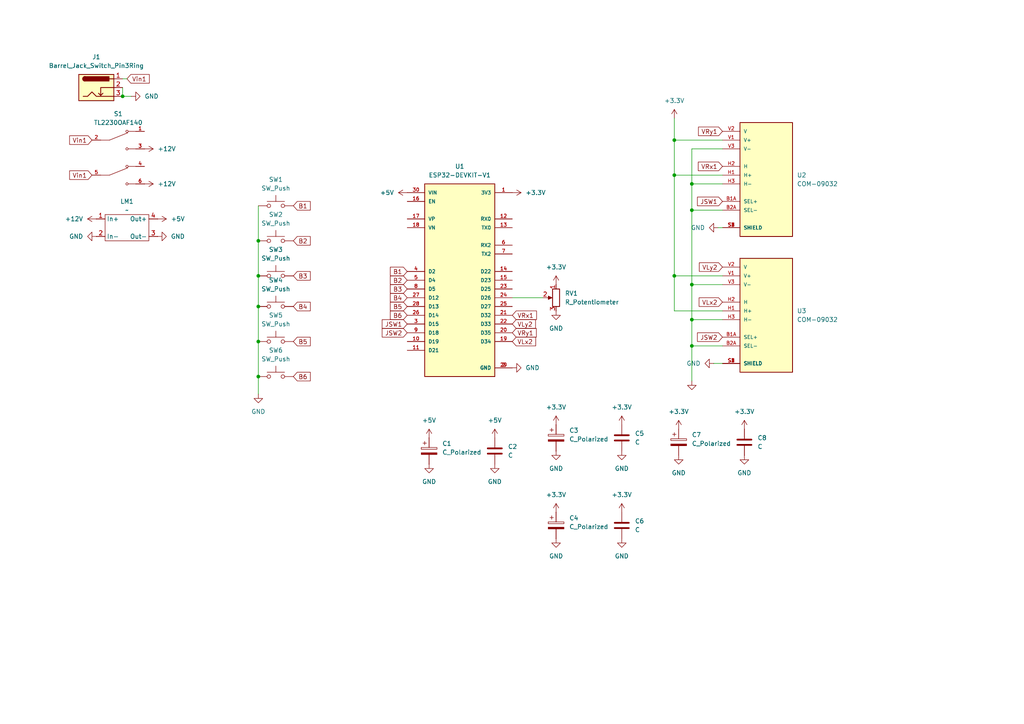
<source format=kicad_sch>
(kicad_sch
	(version 20231120)
	(generator "eeschema")
	(generator_version "8.0")
	(uuid "34edce64-7353-4c54-b1b1-776b67110d9d")
	(paper "A4")
	(lib_symbols
		(symbol "Add_button_memory:TL2230OAF140"
			(pin_names
				(offset 1.016)
			)
			(exclude_from_sim no)
			(in_bom yes)
			(on_board yes)
			(property "Reference" "S"
				(at -2.54 10.16 0)
				(effects
					(font
						(size 1.27 1.27)
					)
					(justify left bottom)
				)
			)
			(property "Value" "TL2230OAF140"
				(at -2.54 -10.16 0)
				(effects
					(font
						(size 1.27 1.27)
					)
					(justify left top)
				)
			)
			(property "Footprint" "TL2230OAF140:SW_TL2230OAF140"
				(at 0 0 0)
				(effects
					(font
						(size 1.27 1.27)
					)
					(justify bottom)
					(hide yes)
				)
			)
			(property "Datasheet" ""
				(at 0 0 0)
				(effects
					(font
						(size 1.27 1.27)
					)
					(hide yes)
				)
			)
			(property "Description" ""
				(at 0 0 0)
				(effects
					(font
						(size 1.27 1.27)
					)
					(hide yes)
				)
			)
			(property "MF" "E-Switch"
				(at 0 0 0)
				(effects
					(font
						(size 1.27 1.27)
					)
					(justify bottom)
					(hide yes)
				)
			)
			(property "MAXIMUM_PACKAGE_HEIGHT" "12.5 mm"
				(at 0 0 0)
				(effects
					(font
						(size 1.27 1.27)
					)
					(justify bottom)
					(hide yes)
				)
			)
			(property "Package" "None"
				(at 0 0 0)
				(effects
					(font
						(size 1.27 1.27)
					)
					(justify bottom)
					(hide yes)
				)
			)
			(property "Price" "None"
				(at 0 0 0)
				(effects
					(font
						(size 1.27 1.27)
					)
					(justify bottom)
					(hide yes)
				)
			)
			(property "Check_prices" "https://www.snapeda.com/parts/TL2230OAF140/E-Switch/view-part/?ref=eda"
				(at 0 0 0)
				(effects
					(font
						(size 1.27 1.27)
					)
					(justify bottom)
					(hide yes)
				)
			)
			(property "STANDARD" "Manufacturer Recommendations"
				(at 0 0 0)
				(effects
					(font
						(size 1.27 1.27)
					)
					(justify bottom)
					(hide yes)
				)
			)
			(property "PARTREV" "E"
				(at 0 0 0)
				(effects
					(font
						(size 1.27 1.27)
					)
					(justify bottom)
					(hide yes)
				)
			)
			(property "SnapEDA_Link" "https://www.snapeda.com/parts/TL2230OAF140/E-Switch/view-part/?ref=snap"
				(at 0 0 0)
				(effects
					(font
						(size 1.27 1.27)
					)
					(justify bottom)
					(hide yes)
				)
			)
			(property "MP" "TL2230OAF140"
				(at 0 0 0)
				(effects
					(font
						(size 1.27 1.27)
					)
					(justify bottom)
					(hide yes)
				)
			)
			(property "Description_1" "\n                        \n                            Pushbutton Switch DPDT Standard Through Hole\n                        \n"
				(at 0 0 0)
				(effects
					(font
						(size 1.27 1.27)
					)
					(justify bottom)
					(hide yes)
				)
			)
			(property "MANUFACTURER" "E-Switch"
				(at 0 0 0)
				(effects
					(font
						(size 1.27 1.27)
					)
					(justify bottom)
					(hide yes)
				)
			)
			(property "Availability" "In Stock"
				(at 0 0 0)
				(effects
					(font
						(size 1.27 1.27)
					)
					(justify bottom)
					(hide yes)
				)
			)
			(property "SNAPEDA_PN" "TL2230EEF140"
				(at 0 0 0)
				(effects
					(font
						(size 1.27 1.27)
					)
					(justify bottom)
					(hide yes)
				)
			)
			(symbol "TL2230OAF140_0_0"
				(polyline
					(pts
						(xy -2.54 -5.08) (xy -5.08 -5.08)
					)
					(stroke
						(width 0.1524)
						(type default)
					)
					(fill
						(type none)
					)
				)
				(polyline
					(pts
						(xy -2.54 -5.08) (xy 2.794 -2.9464)
					)
					(stroke
						(width 0.1524)
						(type default)
					)
					(fill
						(type none)
					)
				)
				(polyline
					(pts
						(xy -2.54 5.08) (xy -5.08 5.08)
					)
					(stroke
						(width 0.1524)
						(type default)
					)
					(fill
						(type none)
					)
				)
				(polyline
					(pts
						(xy -2.54 5.08) (xy 2.794 7.2136)
					)
					(stroke
						(width 0.1524)
						(type default)
					)
					(fill
						(type none)
					)
				)
				(polyline
					(pts
						(xy 5.08 -7.62) (xy 2.921 -7.62)
					)
					(stroke
						(width 0.1524)
						(type default)
					)
					(fill
						(type none)
					)
				)
				(polyline
					(pts
						(xy 5.08 -2.54) (xy 2.921 -2.54)
					)
					(stroke
						(width 0.1524)
						(type default)
					)
					(fill
						(type none)
					)
				)
				(polyline
					(pts
						(xy 5.08 2.54) (xy 2.921 2.54)
					)
					(stroke
						(width 0.1524)
						(type default)
					)
					(fill
						(type none)
					)
				)
				(polyline
					(pts
						(xy 5.08 7.62) (xy 2.921 7.62)
					)
					(stroke
						(width 0.1524)
						(type default)
					)
					(fill
						(type none)
					)
				)
				(circle
					(center 2.54 -7.62)
					(radius 0.3302)
					(stroke
						(width 0.1524)
						(type default)
					)
					(fill
						(type none)
					)
				)
				(circle
					(center 2.54 -2.54)
					(radius 0.3302)
					(stroke
						(width 0.1524)
						(type default)
					)
					(fill
						(type none)
					)
				)
				(circle
					(center 2.54 2.54)
					(radius 0.3302)
					(stroke
						(width 0.1524)
						(type default)
					)
					(fill
						(type none)
					)
				)
				(circle
					(center 2.54 7.62)
					(radius 0.3302)
					(stroke
						(width 0.1524)
						(type default)
					)
					(fill
						(type none)
					)
				)
				(pin passive line
					(at 7.62 7.62 180)
					(length 2.54)
					(name "~"
						(effects
							(font
								(size 1.016 1.016)
							)
						)
					)
					(number "1"
						(effects
							(font
								(size 1.016 1.016)
							)
						)
					)
				)
				(pin passive line
					(at -7.62 5.08 0)
					(length 2.54)
					(name "~"
						(effects
							(font
								(size 1.016 1.016)
							)
						)
					)
					(number "2"
						(effects
							(font
								(size 1.016 1.016)
							)
						)
					)
				)
				(pin passive line
					(at 7.62 2.54 180)
					(length 2.54)
					(name "~"
						(effects
							(font
								(size 1.016 1.016)
							)
						)
					)
					(number "3"
						(effects
							(font
								(size 1.016 1.016)
							)
						)
					)
				)
				(pin passive line
					(at 7.62 -2.54 180)
					(length 2.54)
					(name "~"
						(effects
							(font
								(size 1.016 1.016)
							)
						)
					)
					(number "4"
						(effects
							(font
								(size 1.016 1.016)
							)
						)
					)
				)
				(pin passive line
					(at -7.62 -5.08 0)
					(length 2.54)
					(name "~"
						(effects
							(font
								(size 1.016 1.016)
							)
						)
					)
					(number "5"
						(effects
							(font
								(size 1.016 1.016)
							)
						)
					)
				)
				(pin passive line
					(at 7.62 -7.62 180)
					(length 2.54)
					(name "~"
						(effects
							(font
								(size 1.016 1.016)
							)
						)
					)
					(number "6"
						(effects
							(font
								(size 1.016 1.016)
							)
						)
					)
				)
			)
		)
		(symbol "Connector:Barrel_Jack_Switch_Pin3Ring"
			(pin_names hide)
			(exclude_from_sim no)
			(in_bom yes)
			(on_board yes)
			(property "Reference" "J"
				(at 0 5.334 0)
				(effects
					(font
						(size 1.27 1.27)
					)
				)
			)
			(property "Value" "Barrel_Jack_Switch_Pin3Ring"
				(at 0 -5.08 0)
				(effects
					(font
						(size 1.27 1.27)
					)
				)
			)
			(property "Footprint" ""
				(at 1.27 -1.016 0)
				(effects
					(font
						(size 1.27 1.27)
					)
					(hide yes)
				)
			)
			(property "Datasheet" "~"
				(at 1.27 -1.016 0)
				(effects
					(font
						(size 1.27 1.27)
					)
					(hide yes)
				)
			)
			(property "Description" "DC Barrel Jack with an internal switch"
				(at 0 0 0)
				(effects
					(font
						(size 1.27 1.27)
					)
					(hide yes)
				)
			)
			(property "ki_keywords" "DC power barrel jack connector"
				(at 0 0 0)
				(effects
					(font
						(size 1.27 1.27)
					)
					(hide yes)
				)
			)
			(property "ki_fp_filters" "BarrelJack*"
				(at 0 0 0)
				(effects
					(font
						(size 1.27 1.27)
					)
					(hide yes)
				)
			)
			(symbol "Barrel_Jack_Switch_Pin3Ring_0_1"
				(rectangle
					(start -5.08 3.81)
					(end 5.08 -3.81)
					(stroke
						(width 0.254)
						(type default)
					)
					(fill
						(type background)
					)
				)
				(arc
					(start -3.302 3.175)
					(mid -3.9343 2.54)
					(end -3.302 1.905)
					(stroke
						(width 0.254)
						(type default)
					)
					(fill
						(type none)
					)
				)
				(arc
					(start -3.302 3.175)
					(mid -3.9343 2.54)
					(end -3.302 1.905)
					(stroke
						(width 0.254)
						(type default)
					)
					(fill
						(type outline)
					)
				)
				(polyline
					(pts
						(xy 1.27 -2.286) (xy 1.905 -1.651)
					)
					(stroke
						(width 0.254)
						(type default)
					)
					(fill
						(type none)
					)
				)
				(polyline
					(pts
						(xy 5.08 2.54) (xy 3.81 2.54)
					)
					(stroke
						(width 0.254)
						(type default)
					)
					(fill
						(type none)
					)
				)
				(polyline
					(pts
						(xy 5.08 0) (xy 1.27 0) (xy 1.27 -2.286) (xy 0.635 -1.651)
					)
					(stroke
						(width 0.254)
						(type default)
					)
					(fill
						(type none)
					)
				)
				(polyline
					(pts
						(xy -3.81 -2.54) (xy -2.54 -2.54) (xy -1.27 -1.27) (xy 0 -2.54) (xy 2.54 -2.54) (xy 5.08 -2.54)
					)
					(stroke
						(width 0.254)
						(type default)
					)
					(fill
						(type none)
					)
				)
				(rectangle
					(start 3.683 3.175)
					(end -3.302 1.905)
					(stroke
						(width 0.254)
						(type default)
					)
					(fill
						(type outline)
					)
				)
			)
			(symbol "Barrel_Jack_Switch_Pin3Ring_1_1"
				(pin passive line
					(at 7.62 2.54 180)
					(length 2.54)
					(name "~"
						(effects
							(font
								(size 1.27 1.27)
							)
						)
					)
					(number "1"
						(effects
							(font
								(size 1.27 1.27)
							)
						)
					)
				)
				(pin passive line
					(at 7.62 0 180)
					(length 2.54)
					(name "~"
						(effects
							(font
								(size 1.27 1.27)
							)
						)
					)
					(number "2"
						(effects
							(font
								(size 1.27 1.27)
							)
						)
					)
				)
				(pin passive line
					(at 7.62 -2.54 180)
					(length 2.54)
					(name "~"
						(effects
							(font
								(size 1.27 1.27)
							)
						)
					)
					(number "3"
						(effects
							(font
								(size 1.27 1.27)
							)
						)
					)
				)
			)
		)
		(symbol "Device:C"
			(pin_numbers hide)
			(pin_names
				(offset 0.254)
			)
			(exclude_from_sim no)
			(in_bom yes)
			(on_board yes)
			(property "Reference" "C"
				(at 0.635 2.54 0)
				(effects
					(font
						(size 1.27 1.27)
					)
					(justify left)
				)
			)
			(property "Value" "C"
				(at 0.635 -2.54 0)
				(effects
					(font
						(size 1.27 1.27)
					)
					(justify left)
				)
			)
			(property "Footprint" ""
				(at 0.9652 -3.81 0)
				(effects
					(font
						(size 1.27 1.27)
					)
					(hide yes)
				)
			)
			(property "Datasheet" "~"
				(at 0 0 0)
				(effects
					(font
						(size 1.27 1.27)
					)
					(hide yes)
				)
			)
			(property "Description" "Unpolarized capacitor"
				(at 0 0 0)
				(effects
					(font
						(size 1.27 1.27)
					)
					(hide yes)
				)
			)
			(property "ki_keywords" "cap capacitor"
				(at 0 0 0)
				(effects
					(font
						(size 1.27 1.27)
					)
					(hide yes)
				)
			)
			(property "ki_fp_filters" "C_*"
				(at 0 0 0)
				(effects
					(font
						(size 1.27 1.27)
					)
					(hide yes)
				)
			)
			(symbol "C_0_1"
				(polyline
					(pts
						(xy -2.032 -0.762) (xy 2.032 -0.762)
					)
					(stroke
						(width 0.508)
						(type default)
					)
					(fill
						(type none)
					)
				)
				(polyline
					(pts
						(xy -2.032 0.762) (xy 2.032 0.762)
					)
					(stroke
						(width 0.508)
						(type default)
					)
					(fill
						(type none)
					)
				)
			)
			(symbol "C_1_1"
				(pin passive line
					(at 0 3.81 270)
					(length 2.794)
					(name "~"
						(effects
							(font
								(size 1.27 1.27)
							)
						)
					)
					(number "1"
						(effects
							(font
								(size 1.27 1.27)
							)
						)
					)
				)
				(pin passive line
					(at 0 -3.81 90)
					(length 2.794)
					(name "~"
						(effects
							(font
								(size 1.27 1.27)
							)
						)
					)
					(number "2"
						(effects
							(font
								(size 1.27 1.27)
							)
						)
					)
				)
			)
		)
		(symbol "Device:C_Polarized"
			(pin_numbers hide)
			(pin_names
				(offset 0.254)
			)
			(exclude_from_sim no)
			(in_bom yes)
			(on_board yes)
			(property "Reference" "C"
				(at 0.635 2.54 0)
				(effects
					(font
						(size 1.27 1.27)
					)
					(justify left)
				)
			)
			(property "Value" "C_Polarized"
				(at 0.635 -2.54 0)
				(effects
					(font
						(size 1.27 1.27)
					)
					(justify left)
				)
			)
			(property "Footprint" ""
				(at 0.9652 -3.81 0)
				(effects
					(font
						(size 1.27 1.27)
					)
					(hide yes)
				)
			)
			(property "Datasheet" "~"
				(at 0 0 0)
				(effects
					(font
						(size 1.27 1.27)
					)
					(hide yes)
				)
			)
			(property "Description" "Polarized capacitor"
				(at 0 0 0)
				(effects
					(font
						(size 1.27 1.27)
					)
					(hide yes)
				)
			)
			(property "ki_keywords" "cap capacitor"
				(at 0 0 0)
				(effects
					(font
						(size 1.27 1.27)
					)
					(hide yes)
				)
			)
			(property "ki_fp_filters" "CP_*"
				(at 0 0 0)
				(effects
					(font
						(size 1.27 1.27)
					)
					(hide yes)
				)
			)
			(symbol "C_Polarized_0_1"
				(rectangle
					(start -2.286 0.508)
					(end 2.286 1.016)
					(stroke
						(width 0)
						(type default)
					)
					(fill
						(type none)
					)
				)
				(polyline
					(pts
						(xy -1.778 2.286) (xy -0.762 2.286)
					)
					(stroke
						(width 0)
						(type default)
					)
					(fill
						(type none)
					)
				)
				(polyline
					(pts
						(xy -1.27 2.794) (xy -1.27 1.778)
					)
					(stroke
						(width 0)
						(type default)
					)
					(fill
						(type none)
					)
				)
				(rectangle
					(start 2.286 -0.508)
					(end -2.286 -1.016)
					(stroke
						(width 0)
						(type default)
					)
					(fill
						(type outline)
					)
				)
			)
			(symbol "C_Polarized_1_1"
				(pin passive line
					(at 0 3.81 270)
					(length 2.794)
					(name "~"
						(effects
							(font
								(size 1.27 1.27)
							)
						)
					)
					(number "1"
						(effects
							(font
								(size 1.27 1.27)
							)
						)
					)
				)
				(pin passive line
					(at 0 -3.81 90)
					(length 2.794)
					(name "~"
						(effects
							(font
								(size 1.27 1.27)
							)
						)
					)
					(number "2"
						(effects
							(font
								(size 1.27 1.27)
							)
						)
					)
				)
			)
		)
		(symbol "Device:R_Potentiometer"
			(pin_names
				(offset 1.016) hide)
			(exclude_from_sim no)
			(in_bom yes)
			(on_board yes)
			(property "Reference" "RV"
				(at -4.445 0 90)
				(effects
					(font
						(size 1.27 1.27)
					)
				)
			)
			(property "Value" "R_Potentiometer"
				(at -2.54 0 90)
				(effects
					(font
						(size 1.27 1.27)
					)
				)
			)
			(property "Footprint" ""
				(at 0 0 0)
				(effects
					(font
						(size 1.27 1.27)
					)
					(hide yes)
				)
			)
			(property "Datasheet" "~"
				(at 0 0 0)
				(effects
					(font
						(size 1.27 1.27)
					)
					(hide yes)
				)
			)
			(property "Description" "Potentiometer"
				(at 0 0 0)
				(effects
					(font
						(size 1.27 1.27)
					)
					(hide yes)
				)
			)
			(property "ki_keywords" "resistor variable"
				(at 0 0 0)
				(effects
					(font
						(size 1.27 1.27)
					)
					(hide yes)
				)
			)
			(property "ki_fp_filters" "Potentiometer*"
				(at 0 0 0)
				(effects
					(font
						(size 1.27 1.27)
					)
					(hide yes)
				)
			)
			(symbol "R_Potentiometer_0_1"
				(polyline
					(pts
						(xy 2.54 0) (xy 1.524 0)
					)
					(stroke
						(width 0)
						(type default)
					)
					(fill
						(type none)
					)
				)
				(polyline
					(pts
						(xy 1.143 0) (xy 2.286 0.508) (xy 2.286 -0.508) (xy 1.143 0)
					)
					(stroke
						(width 0)
						(type default)
					)
					(fill
						(type outline)
					)
				)
				(rectangle
					(start 1.016 2.54)
					(end -1.016 -2.54)
					(stroke
						(width 0.254)
						(type default)
					)
					(fill
						(type none)
					)
				)
			)
			(symbol "R_Potentiometer_1_1"
				(pin passive line
					(at 0 3.81 270)
					(length 1.27)
					(name "1"
						(effects
							(font
								(size 1.27 1.27)
							)
						)
					)
					(number "1"
						(effects
							(font
								(size 1.27 1.27)
							)
						)
					)
				)
				(pin passive line
					(at 3.81 0 180)
					(length 1.27)
					(name "2"
						(effects
							(font
								(size 1.27 1.27)
							)
						)
					)
					(number "2"
						(effects
							(font
								(size 1.27 1.27)
							)
						)
					)
				)
				(pin passive line
					(at 0 -3.81 90)
					(length 1.27)
					(name "3"
						(effects
							(font
								(size 1.27 1.27)
							)
						)
					)
					(number "3"
						(effects
							(font
								(size 1.27 1.27)
							)
						)
					)
				)
			)
		)
		(symbol "ESP32-DEVKIT-V1:ESP32-DEVKIT-V1"
			(pin_names
				(offset 1.016)
			)
			(exclude_from_sim no)
			(in_bom yes)
			(on_board yes)
			(property "Reference" "U"
				(at -10.16 30.48 0)
				(effects
					(font
						(size 1.27 1.27)
					)
					(justify left top)
				)
			)
			(property "Value" "ESP32-DEVKIT-V1"
				(at -10.16 -30.48 0)
				(effects
					(font
						(size 1.27 1.27)
					)
					(justify left bottom)
				)
			)
			(property "Footprint" "ESP32-DEVKIT-V1:MODULE_ESP32_DEVKIT_V1"
				(at 0 0 0)
				(effects
					(font
						(size 1.27 1.27)
					)
					(justify bottom)
					(hide yes)
				)
			)
			(property "Datasheet" ""
				(at 0 0 0)
				(effects
					(font
						(size 1.27 1.27)
					)
					(hide yes)
				)
			)
			(property "Description" ""
				(at 0 0 0)
				(effects
					(font
						(size 1.27 1.27)
					)
					(hide yes)
				)
			)
			(property "MF" "Do it"
				(at 0 0 0)
				(effects
					(font
						(size 1.27 1.27)
					)
					(justify bottom)
					(hide yes)
				)
			)
			(property "MAXIMUM_PACKAGE_HEIGHT" "6.8 mm"
				(at 0 0 0)
				(effects
					(font
						(size 1.27 1.27)
					)
					(justify bottom)
					(hide yes)
				)
			)
			(property "Package" "None"
				(at 0 0 0)
				(effects
					(font
						(size 1.27 1.27)
					)
					(justify bottom)
					(hide yes)
				)
			)
			(property "Price" "None"
				(at 0 0 0)
				(effects
					(font
						(size 1.27 1.27)
					)
					(justify bottom)
					(hide yes)
				)
			)
			(property "Check_prices" "https://www.snapeda.com/parts/ESP32-DEVKIT-V1/Do+it/view-part/?ref=eda"
				(at 0 0 0)
				(effects
					(font
						(size 1.27 1.27)
					)
					(justify bottom)
					(hide yes)
				)
			)
			(property "STANDARD" "Manufacturer Recommendations"
				(at 0 0 0)
				(effects
					(font
						(size 1.27 1.27)
					)
					(justify bottom)
					(hide yes)
				)
			)
			(property "PARTREV" "N/A"
				(at 0 0 0)
				(effects
					(font
						(size 1.27 1.27)
					)
					(justify bottom)
					(hide yes)
				)
			)
			(property "SnapEDA_Link" "https://www.snapeda.com/parts/ESP32-DEVKIT-V1/Do+it/view-part/?ref=snap"
				(at 0 0 0)
				(effects
					(font
						(size 1.27 1.27)
					)
					(justify bottom)
					(hide yes)
				)
			)
			(property "MP" "ESP32-DEVKIT-V1"
				(at 0 0 0)
				(effects
					(font
						(size 1.27 1.27)
					)
					(justify bottom)
					(hide yes)
				)
			)
			(property "Description_1" "\n                        \n                            Dual core, Wi-Fi: 2.4 GHz up to 150 Mbits/s,BLE (Bluetooth Low Energy) and legacy Bluetooth, 32 bits, Up to 240 MHz\n                        \n"
				(at 0 0 0)
				(effects
					(font
						(size 1.27 1.27)
					)
					(justify bottom)
					(hide yes)
				)
			)
			(property "Availability" "Not in stock"
				(at 0 0 0)
				(effects
					(font
						(size 1.27 1.27)
					)
					(justify bottom)
					(hide yes)
				)
			)
			(property "MANUFACTURER" "DOIT"
				(at 0 0 0)
				(effects
					(font
						(size 1.27 1.27)
					)
					(justify bottom)
					(hide yes)
				)
			)
			(symbol "ESP32-DEVKIT-V1_0_0"
				(rectangle
					(start -10.16 -27.94)
					(end 10.16 27.94)
					(stroke
						(width 0.254)
						(type default)
					)
					(fill
						(type background)
					)
				)
				(pin output line
					(at 15.24 25.4 180)
					(length 5.08)
					(name "3V3"
						(effects
							(font
								(size 1.016 1.016)
							)
						)
					)
					(number "1"
						(effects
							(font
								(size 1.016 1.016)
							)
						)
					)
				)
				(pin bidirectional line
					(at -15.24 -17.78 0)
					(length 5.08)
					(name "D19"
						(effects
							(font
								(size 1.016 1.016)
							)
						)
					)
					(number "10"
						(effects
							(font
								(size 1.016 1.016)
							)
						)
					)
				)
				(pin bidirectional line
					(at -15.24 -20.32 0)
					(length 5.08)
					(name "D21"
						(effects
							(font
								(size 1.016 1.016)
							)
						)
					)
					(number "11"
						(effects
							(font
								(size 1.016 1.016)
							)
						)
					)
				)
				(pin input line
					(at 15.24 17.78 180)
					(length 5.08)
					(name "RX0"
						(effects
							(font
								(size 1.016 1.016)
							)
						)
					)
					(number "12"
						(effects
							(font
								(size 1.016 1.016)
							)
						)
					)
				)
				(pin output line
					(at 15.24 15.24 180)
					(length 5.08)
					(name "TX0"
						(effects
							(font
								(size 1.016 1.016)
							)
						)
					)
					(number "13"
						(effects
							(font
								(size 1.016 1.016)
							)
						)
					)
				)
				(pin bidirectional line
					(at 15.24 2.54 180)
					(length 5.08)
					(name "D22"
						(effects
							(font
								(size 1.016 1.016)
							)
						)
					)
					(number "14"
						(effects
							(font
								(size 1.016 1.016)
							)
						)
					)
				)
				(pin bidirectional line
					(at 15.24 0 180)
					(length 5.08)
					(name "D23"
						(effects
							(font
								(size 1.016 1.016)
							)
						)
					)
					(number "15"
						(effects
							(font
								(size 1.016 1.016)
							)
						)
					)
				)
				(pin input line
					(at -15.24 22.86 0)
					(length 5.08)
					(name "EN"
						(effects
							(font
								(size 1.016 1.016)
							)
						)
					)
					(number "16"
						(effects
							(font
								(size 1.016 1.016)
							)
						)
					)
				)
				(pin bidirectional line
					(at -15.24 17.78 0)
					(length 5.08)
					(name "VP"
						(effects
							(font
								(size 1.016 1.016)
							)
						)
					)
					(number "17"
						(effects
							(font
								(size 1.016 1.016)
							)
						)
					)
				)
				(pin bidirectional line
					(at -15.24 15.24 0)
					(length 5.08)
					(name "VN"
						(effects
							(font
								(size 1.016 1.016)
							)
						)
					)
					(number "18"
						(effects
							(font
								(size 1.016 1.016)
							)
						)
					)
				)
				(pin bidirectional line
					(at 15.24 -17.78 180)
					(length 5.08)
					(name "D34"
						(effects
							(font
								(size 1.016 1.016)
							)
						)
					)
					(number "19"
						(effects
							(font
								(size 1.016 1.016)
							)
						)
					)
				)
				(pin power_in line
					(at 15.24 -25.4 180)
					(length 5.08)
					(name "GND"
						(effects
							(font
								(size 1.016 1.016)
							)
						)
					)
					(number "2"
						(effects
							(font
								(size 1.016 1.016)
							)
						)
					)
				)
				(pin bidirectional line
					(at 15.24 -15.24 180)
					(length 5.08)
					(name "D35"
						(effects
							(font
								(size 1.016 1.016)
							)
						)
					)
					(number "20"
						(effects
							(font
								(size 1.016 1.016)
							)
						)
					)
				)
				(pin bidirectional line
					(at 15.24 -10.16 180)
					(length 5.08)
					(name "D32"
						(effects
							(font
								(size 1.016 1.016)
							)
						)
					)
					(number "21"
						(effects
							(font
								(size 1.016 1.016)
							)
						)
					)
				)
				(pin bidirectional line
					(at 15.24 -12.7 180)
					(length 5.08)
					(name "D33"
						(effects
							(font
								(size 1.016 1.016)
							)
						)
					)
					(number "22"
						(effects
							(font
								(size 1.016 1.016)
							)
						)
					)
				)
				(pin bidirectional line
					(at 15.24 -2.54 180)
					(length 5.08)
					(name "D25"
						(effects
							(font
								(size 1.016 1.016)
							)
						)
					)
					(number "23"
						(effects
							(font
								(size 1.016 1.016)
							)
						)
					)
				)
				(pin bidirectional line
					(at 15.24 -5.08 180)
					(length 5.08)
					(name "D26"
						(effects
							(font
								(size 1.016 1.016)
							)
						)
					)
					(number "24"
						(effects
							(font
								(size 1.016 1.016)
							)
						)
					)
				)
				(pin bidirectional line
					(at 15.24 -7.62 180)
					(length 5.08)
					(name "D27"
						(effects
							(font
								(size 1.016 1.016)
							)
						)
					)
					(number "25"
						(effects
							(font
								(size 1.016 1.016)
							)
						)
					)
				)
				(pin bidirectional line
					(at -15.24 -10.16 0)
					(length 5.08)
					(name "D14"
						(effects
							(font
								(size 1.016 1.016)
							)
						)
					)
					(number "26"
						(effects
							(font
								(size 1.016 1.016)
							)
						)
					)
				)
				(pin bidirectional line
					(at -15.24 -5.08 0)
					(length 5.08)
					(name "D12"
						(effects
							(font
								(size 1.016 1.016)
							)
						)
					)
					(number "27"
						(effects
							(font
								(size 1.016 1.016)
							)
						)
					)
				)
				(pin bidirectional line
					(at -15.24 -7.62 0)
					(length 5.08)
					(name "D13"
						(effects
							(font
								(size 1.016 1.016)
							)
						)
					)
					(number "28"
						(effects
							(font
								(size 1.016 1.016)
							)
						)
					)
				)
				(pin power_in line
					(at 15.24 -25.4 180)
					(length 5.08)
					(name "GND"
						(effects
							(font
								(size 1.016 1.016)
							)
						)
					)
					(number "29"
						(effects
							(font
								(size 1.016 1.016)
							)
						)
					)
				)
				(pin bidirectional line
					(at -15.24 -12.7 0)
					(length 5.08)
					(name "D15"
						(effects
							(font
								(size 1.016 1.016)
							)
						)
					)
					(number "3"
						(effects
							(font
								(size 1.016 1.016)
							)
						)
					)
				)
				(pin input line
					(at -15.24 25.4 0)
					(length 5.08)
					(name "VIN"
						(effects
							(font
								(size 1.016 1.016)
							)
						)
					)
					(number "30"
						(effects
							(font
								(size 1.016 1.016)
							)
						)
					)
				)
				(pin bidirectional line
					(at -15.24 2.54 0)
					(length 5.08)
					(name "D2"
						(effects
							(font
								(size 1.016 1.016)
							)
						)
					)
					(number "4"
						(effects
							(font
								(size 1.016 1.016)
							)
						)
					)
				)
				(pin bidirectional line
					(at -15.24 0 0)
					(length 5.08)
					(name "D4"
						(effects
							(font
								(size 1.016 1.016)
							)
						)
					)
					(number "5"
						(effects
							(font
								(size 1.016 1.016)
							)
						)
					)
				)
				(pin input line
					(at 15.24 10.16 180)
					(length 5.08)
					(name "RX2"
						(effects
							(font
								(size 1.016 1.016)
							)
						)
					)
					(number "6"
						(effects
							(font
								(size 1.016 1.016)
							)
						)
					)
				)
				(pin output line
					(at 15.24 7.62 180)
					(length 5.08)
					(name "TX2"
						(effects
							(font
								(size 1.016 1.016)
							)
						)
					)
					(number "7"
						(effects
							(font
								(size 1.016 1.016)
							)
						)
					)
				)
				(pin bidirectional line
					(at -15.24 -2.54 0)
					(length 5.08)
					(name "D5"
						(effects
							(font
								(size 1.016 1.016)
							)
						)
					)
					(number "8"
						(effects
							(font
								(size 1.016 1.016)
							)
						)
					)
				)
				(pin bidirectional line
					(at -15.24 -15.24 0)
					(length 5.08)
					(name "D18"
						(effects
							(font
								(size 1.016 1.016)
							)
						)
					)
					(number "9"
						(effects
							(font
								(size 1.016 1.016)
							)
						)
					)
				)
			)
		)
		(symbol "LM2596:LM2596"
			(exclude_from_sim no)
			(in_bom yes)
			(on_board yes)
			(property "Reference" "LM2596"
				(at 0 0 0)
				(effects
					(font
						(size 1.27 1.27)
					)
				)
			)
			(property "Value" ""
				(at -1.27 0 0)
				(effects
					(font
						(size 1.27 1.27)
					)
				)
			)
			(property "Footprint" ""
				(at -1.27 0 0)
				(effects
					(font
						(size 1.27 1.27)
					)
					(hide yes)
				)
			)
			(property "Datasheet" ""
				(at -1.27 0 0)
				(effects
					(font
						(size 1.27 1.27)
					)
					(hide yes)
				)
			)
			(property "Description" ""
				(at -1.27 0 0)
				(effects
					(font
						(size 1.27 1.27)
					)
					(hide yes)
				)
			)
			(symbol "LM2596_0_1"
				(rectangle
					(start -6.35 3.81)
					(end 6.35 -3.81)
					(stroke
						(width 0)
						(type default)
					)
					(fill
						(type none)
					)
				)
			)
			(symbol "LM2596_1_1"
				(pin output line
					(at -8.89 2.54 0)
					(length 2.54)
					(name "In+"
						(effects
							(font
								(size 1.27 1.27)
							)
						)
					)
					(number "1"
						(effects
							(font
								(size 1.27 1.27)
							)
						)
					)
				)
				(pin output line
					(at -8.89 -2.54 0)
					(length 2.54)
					(name "In-"
						(effects
							(font
								(size 1.27 1.27)
							)
						)
					)
					(number "2"
						(effects
							(font
								(size 1.27 1.27)
							)
						)
					)
				)
				(pin output line
					(at 8.89 -2.54 180)
					(length 2.54)
					(name "Out-"
						(effects
							(font
								(size 1.27 1.27)
							)
						)
					)
					(number "3"
						(effects
							(font
								(size 1.27 1.27)
							)
						)
					)
				)
				(pin output line
					(at 8.89 2.54 180)
					(length 2.54)
					(name "Out+"
						(effects
							(font
								(size 1.27 1.27)
							)
						)
					)
					(number "4"
						(effects
							(font
								(size 1.27 1.27)
							)
						)
					)
				)
			)
		)
		(symbol "Switch:SW_Push"
			(pin_numbers hide)
			(pin_names
				(offset 1.016) hide)
			(exclude_from_sim no)
			(in_bom yes)
			(on_board yes)
			(property "Reference" "SW"
				(at 1.27 2.54 0)
				(effects
					(font
						(size 1.27 1.27)
					)
					(justify left)
				)
			)
			(property "Value" "SW_Push"
				(at 0 -1.524 0)
				(effects
					(font
						(size 1.27 1.27)
					)
				)
			)
			(property "Footprint" ""
				(at 0 5.08 0)
				(effects
					(font
						(size 1.27 1.27)
					)
					(hide yes)
				)
			)
			(property "Datasheet" "~"
				(at 0 5.08 0)
				(effects
					(font
						(size 1.27 1.27)
					)
					(hide yes)
				)
			)
			(property "Description" "Push button switch, generic, two pins"
				(at 0 0 0)
				(effects
					(font
						(size 1.27 1.27)
					)
					(hide yes)
				)
			)
			(property "ki_keywords" "switch normally-open pushbutton push-button"
				(at 0 0 0)
				(effects
					(font
						(size 1.27 1.27)
					)
					(hide yes)
				)
			)
			(symbol "SW_Push_0_1"
				(circle
					(center -2.032 0)
					(radius 0.508)
					(stroke
						(width 0)
						(type default)
					)
					(fill
						(type none)
					)
				)
				(polyline
					(pts
						(xy 0 1.27) (xy 0 3.048)
					)
					(stroke
						(width 0)
						(type default)
					)
					(fill
						(type none)
					)
				)
				(polyline
					(pts
						(xy 2.54 1.27) (xy -2.54 1.27)
					)
					(stroke
						(width 0)
						(type default)
					)
					(fill
						(type none)
					)
				)
				(circle
					(center 2.032 0)
					(radius 0.508)
					(stroke
						(width 0)
						(type default)
					)
					(fill
						(type none)
					)
				)
				(pin passive line
					(at -5.08 0 0)
					(length 2.54)
					(name "1"
						(effects
							(font
								(size 1.27 1.27)
							)
						)
					)
					(number "1"
						(effects
							(font
								(size 1.27 1.27)
							)
						)
					)
				)
				(pin passive line
					(at 5.08 0 180)
					(length 2.54)
					(name "2"
						(effects
							(font
								(size 1.27 1.27)
							)
						)
					)
					(number "2"
						(effects
							(font
								(size 1.27 1.27)
							)
						)
					)
				)
			)
		)
		(symbol "joystick:COM-09032"
			(pin_names
				(offset 1.016)
			)
			(exclude_from_sim no)
			(in_bom yes)
			(on_board yes)
			(property "Reference" "U"
				(at -7.62 16.002 0)
				(effects
					(font
						(size 1.27 1.27)
					)
					(justify left bottom)
				)
			)
			(property "Value" "COM-09032"
				(at -7.62 -20.32 0)
				(effects
					(font
						(size 1.27 1.27)
					)
					(justify left bottom)
				)
			)
			(property "Footprint" "COM-09032:XDCR_COM-09032"
				(at 0 0 0)
				(effects
					(font
						(size 1.27 1.27)
					)
					(justify bottom)
					(hide yes)
				)
			)
			(property "Datasheet" ""
				(at 0 0 0)
				(effects
					(font
						(size 1.27 1.27)
					)
					(hide yes)
				)
			)
			(property "Description" ""
				(at 0 0 0)
				(effects
					(font
						(size 1.27 1.27)
					)
					(hide yes)
				)
			)
			(property "MF" "SparkFun Electronics"
				(at 0 0 0)
				(effects
					(font
						(size 1.27 1.27)
					)
					(justify bottom)
					(hide yes)
				)
			)
			(property "MAXIMUM_PACKAGE_HEIGHT" "30.1mm"
				(at 0 0 0)
				(effects
					(font
						(size 1.27 1.27)
					)
					(justify bottom)
					(hide yes)
				)
			)
			(property "Package" "Package"
				(at 0 0 0)
				(effects
					(font
						(size 1.27 1.27)
					)
					(justify bottom)
					(hide yes)
				)
			)
			(property "Price" "None"
				(at 0 0 0)
				(effects
					(font
						(size 1.27 1.27)
					)
					(justify bottom)
					(hide yes)
				)
			)
			(property "Check_prices" "https://www.snapeda.com/parts/COM-09032/SparkFun/view-part/?ref=eda"
				(at 0 0 0)
				(effects
					(font
						(size 1.27 1.27)
					)
					(justify bottom)
					(hide yes)
				)
			)
			(property "STANDARD" "Manufacturer Recommendations"
				(at 0 0 0)
				(effects
					(font
						(size 1.27 1.27)
					)
					(justify bottom)
					(hide yes)
				)
			)
			(property "PARTREV" "N/A"
				(at 0 0 0)
				(effects
					(font
						(size 1.27 1.27)
					)
					(justify bottom)
					(hide yes)
				)
			)
			(property "SnapEDA_Link" "https://www.snapeda.com/parts/COM-09032/SparkFun/view-part/?ref=snap"
				(at 0 0 0)
				(effects
					(font
						(size 1.27 1.27)
					)
					(justify bottom)
					(hide yes)
				)
			)
			(property "MP" "COM-09032"
				(at 0 0 0)
				(effects
					(font
						(size 1.27 1.27)
					)
					(justify bottom)
					(hide yes)
				)
			)
			(property "Description_1" "\n                        \n                            Joystick, 2 - Axis Analog (Resistive) Output\n                        \n"
				(at 0 0 0)
				(effects
					(font
						(size 1.27 1.27)
					)
					(justify bottom)
					(hide yes)
				)
			)
			(property "Availability" "In Stock"
				(at 0 0 0)
				(effects
					(font
						(size 1.27 1.27)
					)
					(justify bottom)
					(hide yes)
				)
			)
			(property "MANUFACTURER" "SparkFun Electronics"
				(at 0 0 0)
				(effects
					(font
						(size 1.27 1.27)
					)
					(justify bottom)
					(hide yes)
				)
			)
			(symbol "COM-09032_0_0"
				(rectangle
					(start -7.62 -17.78)
					(end 7.62 15.24)
					(stroke
						(width 0.254)
						(type default)
					)
					(fill
						(type background)
					)
				)
				(pin passive line
					(at -12.7 -7.62 0)
					(length 5.08)
					(name "SEL+"
						(effects
							(font
								(size 1.016 1.016)
							)
						)
					)
					(number "B1A"
						(effects
							(font
								(size 1.016 1.016)
							)
						)
					)
				)
				(pin passive line
					(at -12.7 -10.16 0)
					(length 5.08)
					(name "SEL-"
						(effects
							(font
								(size 1.016 1.016)
							)
						)
					)
					(number "B2A"
						(effects
							(font
								(size 1.016 1.016)
							)
						)
					)
				)
				(pin passive line
					(at -12.7 0 0)
					(length 5.08)
					(name "H+"
						(effects
							(font
								(size 1.016 1.016)
							)
						)
					)
					(number "H1"
						(effects
							(font
								(size 1.016 1.016)
							)
						)
					)
				)
				(pin passive line
					(at -12.7 2.54 0)
					(length 5.08)
					(name "H"
						(effects
							(font
								(size 1.016 1.016)
							)
						)
					)
					(number "H2"
						(effects
							(font
								(size 1.016 1.016)
							)
						)
					)
				)
				(pin passive line
					(at -12.7 -2.54 0)
					(length 5.08)
					(name "H-"
						(effects
							(font
								(size 1.016 1.016)
							)
						)
					)
					(number "H3"
						(effects
							(font
								(size 1.016 1.016)
							)
						)
					)
				)
				(pin passive line
					(at -12.7 -15.24 0)
					(length 5.08)
					(name "SHIELD"
						(effects
							(font
								(size 1.016 1.016)
							)
						)
					)
					(number "S1"
						(effects
							(font
								(size 1.016 1.016)
							)
						)
					)
				)
				(pin passive line
					(at -12.7 -15.24 0)
					(length 5.08)
					(name "SHIELD"
						(effects
							(font
								(size 1.016 1.016)
							)
						)
					)
					(number "S2"
						(effects
							(font
								(size 1.016 1.016)
							)
						)
					)
				)
				(pin passive line
					(at -12.7 -15.24 0)
					(length 5.08)
					(name "SHIELD"
						(effects
							(font
								(size 1.016 1.016)
							)
						)
					)
					(number "S3"
						(effects
							(font
								(size 1.016 1.016)
							)
						)
					)
				)
				(pin passive line
					(at -12.7 -15.24 0)
					(length 5.08)
					(name "SHIELD"
						(effects
							(font
								(size 1.016 1.016)
							)
						)
					)
					(number "S4"
						(effects
							(font
								(size 1.016 1.016)
							)
						)
					)
				)
				(pin passive line
					(at -12.7 10.16 0)
					(length 5.08)
					(name "V+"
						(effects
							(font
								(size 1.016 1.016)
							)
						)
					)
					(number "V1"
						(effects
							(font
								(size 1.016 1.016)
							)
						)
					)
				)
				(pin passive line
					(at -12.7 12.7 0)
					(length 5.08)
					(name "V"
						(effects
							(font
								(size 1.016 1.016)
							)
						)
					)
					(number "V2"
						(effects
							(font
								(size 1.016 1.016)
							)
						)
					)
				)
				(pin passive line
					(at -12.7 7.62 0)
					(length 5.08)
					(name "V-"
						(effects
							(font
								(size 1.016 1.016)
							)
						)
					)
					(number "V3"
						(effects
							(font
								(size 1.016 1.016)
							)
						)
					)
				)
			)
		)
		(symbol "power:+12V"
			(power)
			(pin_numbers hide)
			(pin_names
				(offset 0) hide)
			(exclude_from_sim no)
			(in_bom yes)
			(on_board yes)
			(property "Reference" "#PWR"
				(at 0 -3.81 0)
				(effects
					(font
						(size 1.27 1.27)
					)
					(hide yes)
				)
			)
			(property "Value" "+12V"
				(at 0 3.556 0)
				(effects
					(font
						(size 1.27 1.27)
					)
				)
			)
			(property "Footprint" ""
				(at 0 0 0)
				(effects
					(font
						(size 1.27 1.27)
					)
					(hide yes)
				)
			)
			(property "Datasheet" ""
				(at 0 0 0)
				(effects
					(font
						(size 1.27 1.27)
					)
					(hide yes)
				)
			)
			(property "Description" "Power symbol creates a global label with name \"+12V\""
				(at 0 0 0)
				(effects
					(font
						(size 1.27 1.27)
					)
					(hide yes)
				)
			)
			(property "ki_keywords" "global power"
				(at 0 0 0)
				(effects
					(font
						(size 1.27 1.27)
					)
					(hide yes)
				)
			)
			(symbol "+12V_0_1"
				(polyline
					(pts
						(xy -0.762 1.27) (xy 0 2.54)
					)
					(stroke
						(width 0)
						(type default)
					)
					(fill
						(type none)
					)
				)
				(polyline
					(pts
						(xy 0 0) (xy 0 2.54)
					)
					(stroke
						(width 0)
						(type default)
					)
					(fill
						(type none)
					)
				)
				(polyline
					(pts
						(xy 0 2.54) (xy 0.762 1.27)
					)
					(stroke
						(width 0)
						(type default)
					)
					(fill
						(type none)
					)
				)
			)
			(symbol "+12V_1_1"
				(pin power_in line
					(at 0 0 90)
					(length 0)
					(name "~"
						(effects
							(font
								(size 1.27 1.27)
							)
						)
					)
					(number "1"
						(effects
							(font
								(size 1.27 1.27)
							)
						)
					)
				)
			)
		)
		(symbol "power:+3.3V"
			(power)
			(pin_numbers hide)
			(pin_names
				(offset 0) hide)
			(exclude_from_sim no)
			(in_bom yes)
			(on_board yes)
			(property "Reference" "#PWR"
				(at 0 -3.81 0)
				(effects
					(font
						(size 1.27 1.27)
					)
					(hide yes)
				)
			)
			(property "Value" "+3.3V"
				(at 0 3.556 0)
				(effects
					(font
						(size 1.27 1.27)
					)
				)
			)
			(property "Footprint" ""
				(at 0 0 0)
				(effects
					(font
						(size 1.27 1.27)
					)
					(hide yes)
				)
			)
			(property "Datasheet" ""
				(at 0 0 0)
				(effects
					(font
						(size 1.27 1.27)
					)
					(hide yes)
				)
			)
			(property "Description" "Power symbol creates a global label with name \"+3.3V\""
				(at 0 0 0)
				(effects
					(font
						(size 1.27 1.27)
					)
					(hide yes)
				)
			)
			(property "ki_keywords" "global power"
				(at 0 0 0)
				(effects
					(font
						(size 1.27 1.27)
					)
					(hide yes)
				)
			)
			(symbol "+3.3V_0_1"
				(polyline
					(pts
						(xy -0.762 1.27) (xy 0 2.54)
					)
					(stroke
						(width 0)
						(type default)
					)
					(fill
						(type none)
					)
				)
				(polyline
					(pts
						(xy 0 0) (xy 0 2.54)
					)
					(stroke
						(width 0)
						(type default)
					)
					(fill
						(type none)
					)
				)
				(polyline
					(pts
						(xy 0 2.54) (xy 0.762 1.27)
					)
					(stroke
						(width 0)
						(type default)
					)
					(fill
						(type none)
					)
				)
			)
			(symbol "+3.3V_1_1"
				(pin power_in line
					(at 0 0 90)
					(length 0)
					(name "~"
						(effects
							(font
								(size 1.27 1.27)
							)
						)
					)
					(number "1"
						(effects
							(font
								(size 1.27 1.27)
							)
						)
					)
				)
			)
		)
		(symbol "power:+5V"
			(power)
			(pin_numbers hide)
			(pin_names
				(offset 0) hide)
			(exclude_from_sim no)
			(in_bom yes)
			(on_board yes)
			(property "Reference" "#PWR"
				(at 0 -3.81 0)
				(effects
					(font
						(size 1.27 1.27)
					)
					(hide yes)
				)
			)
			(property "Value" "+5V"
				(at 0 3.556 0)
				(effects
					(font
						(size 1.27 1.27)
					)
				)
			)
			(property "Footprint" ""
				(at 0 0 0)
				(effects
					(font
						(size 1.27 1.27)
					)
					(hide yes)
				)
			)
			(property "Datasheet" ""
				(at 0 0 0)
				(effects
					(font
						(size 1.27 1.27)
					)
					(hide yes)
				)
			)
			(property "Description" "Power symbol creates a global label with name \"+5V\""
				(at 0 0 0)
				(effects
					(font
						(size 1.27 1.27)
					)
					(hide yes)
				)
			)
			(property "ki_keywords" "global power"
				(at 0 0 0)
				(effects
					(font
						(size 1.27 1.27)
					)
					(hide yes)
				)
			)
			(symbol "+5V_0_1"
				(polyline
					(pts
						(xy -0.762 1.27) (xy 0 2.54)
					)
					(stroke
						(width 0)
						(type default)
					)
					(fill
						(type none)
					)
				)
				(polyline
					(pts
						(xy 0 0) (xy 0 2.54)
					)
					(stroke
						(width 0)
						(type default)
					)
					(fill
						(type none)
					)
				)
				(polyline
					(pts
						(xy 0 2.54) (xy 0.762 1.27)
					)
					(stroke
						(width 0)
						(type default)
					)
					(fill
						(type none)
					)
				)
			)
			(symbol "+5V_1_1"
				(pin power_in line
					(at 0 0 90)
					(length 0)
					(name "~"
						(effects
							(font
								(size 1.27 1.27)
							)
						)
					)
					(number "1"
						(effects
							(font
								(size 1.27 1.27)
							)
						)
					)
				)
			)
		)
		(symbol "power:GND"
			(power)
			(pin_numbers hide)
			(pin_names
				(offset 0) hide)
			(exclude_from_sim no)
			(in_bom yes)
			(on_board yes)
			(property "Reference" "#PWR"
				(at 0 -6.35 0)
				(effects
					(font
						(size 1.27 1.27)
					)
					(hide yes)
				)
			)
			(property "Value" "GND"
				(at 0 -3.81 0)
				(effects
					(font
						(size 1.27 1.27)
					)
				)
			)
			(property "Footprint" ""
				(at 0 0 0)
				(effects
					(font
						(size 1.27 1.27)
					)
					(hide yes)
				)
			)
			(property "Datasheet" ""
				(at 0 0 0)
				(effects
					(font
						(size 1.27 1.27)
					)
					(hide yes)
				)
			)
			(property "Description" "Power symbol creates a global label with name \"GND\" , ground"
				(at 0 0 0)
				(effects
					(font
						(size 1.27 1.27)
					)
					(hide yes)
				)
			)
			(property "ki_keywords" "global power"
				(at 0 0 0)
				(effects
					(font
						(size 1.27 1.27)
					)
					(hide yes)
				)
			)
			(symbol "GND_0_1"
				(polyline
					(pts
						(xy 0 0) (xy 0 -1.27) (xy 1.27 -1.27) (xy 0 -2.54) (xy -1.27 -1.27) (xy 0 -1.27)
					)
					(stroke
						(width 0)
						(type default)
					)
					(fill
						(type none)
					)
				)
			)
			(symbol "GND_1_1"
				(pin power_in line
					(at 0 0 270)
					(length 0)
					(name "~"
						(effects
							(font
								(size 1.27 1.27)
							)
						)
					)
					(number "1"
						(effects
							(font
								(size 1.27 1.27)
							)
						)
					)
				)
			)
		)
	)
	(junction
		(at 200.66 53.34)
		(diameter 0)
		(color 0 0 0 0)
		(uuid "00915a2d-af09-42af-9534-e2c90796feac")
	)
	(junction
		(at 195.58 80.01)
		(diameter 0)
		(color 0 0 0 0)
		(uuid "10e72e91-66a1-4a40-9ec4-c2890d17eec9")
	)
	(junction
		(at 74.93 88.9)
		(diameter 0)
		(color 0 0 0 0)
		(uuid "127f71b4-b17d-4fdd-80b2-5d9ccf4b46b3")
	)
	(junction
		(at 74.93 109.22)
		(diameter 0)
		(color 0 0 0 0)
		(uuid "288a4e63-7f26-42a3-bc84-9718e61d1775")
	)
	(junction
		(at 195.58 40.64)
		(diameter 0)
		(color 0 0 0 0)
		(uuid "312eef42-4a02-417a-8214-37391bc2351e")
	)
	(junction
		(at 74.93 80.01)
		(diameter 0)
		(color 0 0 0 0)
		(uuid "353243a0-d731-4073-8688-fee72adaa382")
	)
	(junction
		(at 74.93 69.85)
		(diameter 0)
		(color 0 0 0 0)
		(uuid "44ddc69f-1bd6-4144-8743-be3034a68ec7")
	)
	(junction
		(at 200.66 60.96)
		(diameter 0)
		(color 0 0 0 0)
		(uuid "7d51cf6b-5968-4cd6-a71e-f8fb12b9e75e")
	)
	(junction
		(at 74.93 99.06)
		(diameter 0)
		(color 0 0 0 0)
		(uuid "96381a4c-e38e-4220-97ce-c7055d91c47a")
	)
	(junction
		(at 200.66 82.55)
		(diameter 0)
		(color 0 0 0 0)
		(uuid "9d928537-c843-4eb7-9c5a-29bbf182d336")
	)
	(junction
		(at 200.66 100.33)
		(diameter 0)
		(color 0 0 0 0)
		(uuid "ac96d795-2237-45db-a622-e0028e6868cd")
	)
	(junction
		(at 195.58 50.8)
		(diameter 0)
		(color 0 0 0 0)
		(uuid "ba169c6f-89ce-4286-817c-b171d38fb16c")
	)
	(junction
		(at 200.66 92.71)
		(diameter 0)
		(color 0 0 0 0)
		(uuid "ba9eb25d-67a6-4cd0-9c3c-664a7ba8a19b")
	)
	(junction
		(at 35.56 27.94)
		(diameter 0)
		(color 0 0 0 0)
		(uuid "d4cd58a6-8fa4-415e-84ce-af9572a81cbe")
	)
	(wire
		(pts
			(xy 195.58 50.8) (xy 195.58 40.64)
		)
		(stroke
			(width 0)
			(type default)
		)
		(uuid "01964bf2-c94b-4f48-8c86-facb4204aca9")
	)
	(wire
		(pts
			(xy 209.55 80.01) (xy 195.58 80.01)
		)
		(stroke
			(width 0)
			(type default)
		)
		(uuid "10c60135-1d9e-4bb9-98ce-e7c9ac52ee66")
	)
	(wire
		(pts
			(xy 209.55 43.18) (xy 200.66 43.18)
		)
		(stroke
			(width 0)
			(type default)
		)
		(uuid "18de7f4d-b192-4a06-b7c7-f30d1c0f3861")
	)
	(wire
		(pts
			(xy 200.66 100.33) (xy 200.66 92.71)
		)
		(stroke
			(width 0)
			(type default)
		)
		(uuid "1f3f9c57-9b56-4edb-99a8-1451650fb124")
	)
	(wire
		(pts
			(xy 207.01 105.41) (xy 209.55 105.41)
		)
		(stroke
			(width 0)
			(type default)
		)
		(uuid "2075cdcd-e5e0-47ef-903d-cd9ce206cf65")
	)
	(wire
		(pts
			(xy 200.66 92.71) (xy 200.66 82.55)
		)
		(stroke
			(width 0)
			(type default)
		)
		(uuid "37d9137b-78ba-4a5d-bd66-f35c34569d46")
	)
	(wire
		(pts
			(xy 209.55 90.17) (xy 195.58 90.17)
		)
		(stroke
			(width 0)
			(type default)
		)
		(uuid "39e1abe3-5c75-4f6f-a09a-cd00c62300b5")
	)
	(wire
		(pts
			(xy 35.56 22.86) (xy 36.83 22.86)
		)
		(stroke
			(width 0)
			(type default)
		)
		(uuid "3b9abc55-eb35-468d-a334-cd52884fcc85")
	)
	(wire
		(pts
			(xy 38.1 27.94) (xy 35.56 27.94)
		)
		(stroke
			(width 0)
			(type default)
		)
		(uuid "51d9cb2d-e11b-429a-8426-6db9b7027cca")
	)
	(wire
		(pts
			(xy 195.58 90.17) (xy 195.58 80.01)
		)
		(stroke
			(width 0)
			(type default)
		)
		(uuid "57d213fc-6a71-402a-ab1a-9bea131cc536")
	)
	(wire
		(pts
			(xy 209.55 60.96) (xy 200.66 60.96)
		)
		(stroke
			(width 0)
			(type default)
		)
		(uuid "62f47093-bbc1-4b37-9d1c-578aa499294b")
	)
	(wire
		(pts
			(xy 200.66 110.49) (xy 200.66 100.33)
		)
		(stroke
			(width 0)
			(type default)
		)
		(uuid "654ce92d-e75d-43d2-964f-c153a55a86c3")
	)
	(wire
		(pts
			(xy 35.56 25.4) (xy 35.56 27.94)
		)
		(stroke
			(width 0)
			(type default)
		)
		(uuid "66317a50-26af-4a65-aeaf-20767ddec896")
	)
	(wire
		(pts
			(xy 208.28 66.04) (xy 209.55 66.04)
		)
		(stroke
			(width 0)
			(type default)
		)
		(uuid "7b1498c2-186c-4dc1-9f0f-47465ef3c35e")
	)
	(wire
		(pts
			(xy 200.66 53.34) (xy 209.55 53.34)
		)
		(stroke
			(width 0)
			(type default)
		)
		(uuid "810fc849-5533-4c43-a357-98d44b0d14ea")
	)
	(wire
		(pts
			(xy 74.93 99.06) (xy 74.93 88.9)
		)
		(stroke
			(width 0)
			(type default)
		)
		(uuid "8a0d9676-8e80-4220-b251-9133e8053ae9")
	)
	(wire
		(pts
			(xy 195.58 40.64) (xy 209.55 40.64)
		)
		(stroke
			(width 0)
			(type default)
		)
		(uuid "8caf6b63-6c74-4e29-8a07-79a6834ae314")
	)
	(wire
		(pts
			(xy 209.55 100.33) (xy 200.66 100.33)
		)
		(stroke
			(width 0)
			(type default)
		)
		(uuid "90c3b053-4619-4ce7-a90b-8800f4731854")
	)
	(wire
		(pts
			(xy 74.93 99.06) (xy 74.93 109.22)
		)
		(stroke
			(width 0)
			(type default)
		)
		(uuid "a1287c46-964a-4cca-b783-2d77a8854505")
	)
	(wire
		(pts
			(xy 195.58 80.01) (xy 195.58 50.8)
		)
		(stroke
			(width 0)
			(type default)
		)
		(uuid "a9a0ed61-4ac6-4ce1-a0db-d5df653f1723")
	)
	(wire
		(pts
			(xy 195.58 34.29) (xy 195.58 40.64)
		)
		(stroke
			(width 0)
			(type default)
		)
		(uuid "aacc9242-67d9-4744-8934-5ac3d7bc1e6e")
	)
	(wire
		(pts
			(xy 74.93 109.22) (xy 74.93 114.3)
		)
		(stroke
			(width 0)
			(type default)
		)
		(uuid "b22c930f-5d68-46d3-9403-d55bc8f09ca4")
	)
	(wire
		(pts
			(xy 200.66 43.18) (xy 200.66 53.34)
		)
		(stroke
			(width 0)
			(type default)
		)
		(uuid "b6ab7979-9930-429d-89ee-dcd584ffb346")
	)
	(wire
		(pts
			(xy 74.93 88.9) (xy 74.93 80.01)
		)
		(stroke
			(width 0)
			(type default)
		)
		(uuid "b8c1d07d-0a31-45b9-bede-867cb6168f1c")
	)
	(wire
		(pts
			(xy 209.55 82.55) (xy 200.66 82.55)
		)
		(stroke
			(width 0)
			(type default)
		)
		(uuid "b9e38659-9300-4ce9-84e3-d67481d79113")
	)
	(wire
		(pts
			(xy 200.66 60.96) (xy 200.66 53.34)
		)
		(stroke
			(width 0)
			(type default)
		)
		(uuid "bfc08f6b-0d86-4212-b87f-1c19a7d2d25b")
	)
	(wire
		(pts
			(xy 200.66 82.55) (xy 200.66 60.96)
		)
		(stroke
			(width 0)
			(type default)
		)
		(uuid "c86315ac-198b-4e44-ba44-3a2df7b15b80")
	)
	(wire
		(pts
			(xy 74.93 80.01) (xy 74.93 69.85)
		)
		(stroke
			(width 0)
			(type default)
		)
		(uuid "c8e02ed6-6fbf-4da4-ba7e-bf273550093a")
	)
	(wire
		(pts
			(xy 74.93 69.85) (xy 74.93 59.69)
		)
		(stroke
			(width 0)
			(type default)
		)
		(uuid "d2233373-e627-485d-8b06-6707aa311bd7")
	)
	(wire
		(pts
			(xy 209.55 92.71) (xy 200.66 92.71)
		)
		(stroke
			(width 0)
			(type default)
		)
		(uuid "db43aa3c-26a0-4b96-83c2-bfa4cb16d8ae")
	)
	(wire
		(pts
			(xy 209.55 50.8) (xy 195.58 50.8)
		)
		(stroke
			(width 0)
			(type default)
		)
		(uuid "f0505865-0bf2-486a-aa30-417a73ac9efb")
	)
	(wire
		(pts
			(xy 148.59 86.36) (xy 157.48 86.36)
		)
		(stroke
			(width 0)
			(type default)
		)
		(uuid "f4fd38ac-daca-4e4d-bcad-e2f66b93d335")
	)
	(global_label "VLx2"
		(shape input)
		(at 148.59 99.06 0)
		(fields_autoplaced yes)
		(effects
			(font
				(size 1.27 1.27)
			)
			(justify left)
		)
		(uuid "001d6fb2-5ae8-452b-a080-c1465da57e7f")
		(property "Intersheetrefs" "${INTERSHEET_REFS}"
			(at 155.9295 99.06 0)
			(effects
				(font
					(size 1.27 1.27)
				)
				(justify left)
				(hide yes)
			)
		)
	)
	(global_label "Vin1"
		(shape input)
		(at 26.67 40.64 180)
		(fields_autoplaced yes)
		(effects
			(font
				(size 1.27 1.27)
			)
			(justify right)
		)
		(uuid "07b0d391-dc43-4099-8200-05b272c11f66")
		(property "Intersheetrefs" "${INTERSHEET_REFS}"
			(at 19.6329 40.64 0)
			(effects
				(font
					(size 1.27 1.27)
				)
				(justify right)
				(hide yes)
			)
		)
	)
	(global_label "B5"
		(shape input)
		(at 85.09 99.06 0)
		(fields_autoplaced yes)
		(effects
			(font
				(size 1.27 1.27)
			)
			(justify left)
		)
		(uuid "11eac389-cd44-4980-97a2-8bac6f87da1c")
		(property "Intersheetrefs" "${INTERSHEET_REFS}"
			(at 90.5547 99.06 0)
			(effects
				(font
					(size 1.27 1.27)
				)
				(justify left)
				(hide yes)
			)
		)
	)
	(global_label "JSW2"
		(shape input)
		(at 209.55 97.79 180)
		(fields_autoplaced yes)
		(effects
			(font
				(size 1.27 1.27)
			)
			(justify right)
		)
		(uuid "15e58ec2-f76f-4ede-a0cc-9a3e5023e10f")
		(property "Intersheetrefs" "${INTERSHEET_REFS}"
			(at 201.7268 97.79 0)
			(effects
				(font
					(size 1.27 1.27)
				)
				(justify right)
				(hide yes)
			)
		)
	)
	(global_label "Vin1"
		(shape input)
		(at 26.67 50.8 180)
		(fields_autoplaced yes)
		(effects
			(font
				(size 1.27 1.27)
			)
			(justify right)
		)
		(uuid "445bcc5a-c5df-4625-a4bc-c2140544c9a2")
		(property "Intersheetrefs" "${INTERSHEET_REFS}"
			(at 19.6329 50.8 0)
			(effects
				(font
					(size 1.27 1.27)
				)
				(justify right)
				(hide yes)
			)
		)
	)
	(global_label "VLy2"
		(shape input)
		(at 209.55 77.47 180)
		(fields_autoplaced yes)
		(effects
			(font
				(size 1.27 1.27)
			)
			(justify right)
		)
		(uuid "488ad855-ccd0-4682-9d70-37aac90cb1b5")
		(property "Intersheetrefs" "${INTERSHEET_REFS}"
			(at 202.271 77.47 0)
			(effects
				(font
					(size 1.27 1.27)
				)
				(justify right)
				(hide yes)
			)
		)
	)
	(global_label "B3"
		(shape input)
		(at 85.09 80.01 0)
		(fields_autoplaced yes)
		(effects
			(font
				(size 1.27 1.27)
			)
			(justify left)
		)
		(uuid "4fbe8630-c9c8-42b1-9108-a1a3f8041509")
		(property "Intersheetrefs" "${INTERSHEET_REFS}"
			(at 90.5547 80.01 0)
			(effects
				(font
					(size 1.27 1.27)
				)
				(justify left)
				(hide yes)
			)
		)
	)
	(global_label "VRx1"
		(shape input)
		(at 209.55 48.26 180)
		(fields_autoplaced yes)
		(effects
			(font
				(size 1.27 1.27)
			)
			(justify right)
		)
		(uuid "56f3837b-b04f-4e94-9650-fbcb9af62a76")
		(property "Intersheetrefs" "${INTERSHEET_REFS}"
			(at 201.9686 48.26 0)
			(effects
				(font
					(size 1.27 1.27)
				)
				(justify right)
				(hide yes)
			)
		)
	)
	(global_label "VLy2"
		(shape input)
		(at 148.59 93.98 0)
		(fields_autoplaced yes)
		(effects
			(font
				(size 1.27 1.27)
			)
			(justify left)
		)
		(uuid "5c916690-2ba6-4e07-b041-c03c68c63dc9")
		(property "Intersheetrefs" "${INTERSHEET_REFS}"
			(at 155.869 93.98 0)
			(effects
				(font
					(size 1.27 1.27)
				)
				(justify left)
				(hide yes)
			)
		)
	)
	(global_label "B1"
		(shape input)
		(at 118.11 78.74 180)
		(fields_autoplaced yes)
		(effects
			(font
				(size 1.27 1.27)
			)
			(justify right)
		)
		(uuid "7480bc0a-ca1e-4bf6-b9ea-98087cc4b017")
		(property "Intersheetrefs" "${INTERSHEET_REFS}"
			(at 112.6453 78.74 0)
			(effects
				(font
					(size 1.27 1.27)
				)
				(justify right)
				(hide yes)
			)
		)
	)
	(global_label "B1"
		(shape input)
		(at 85.09 59.69 0)
		(fields_autoplaced yes)
		(effects
			(font
				(size 1.27 1.27)
			)
			(justify left)
		)
		(uuid "87a3d2dc-a0c7-43e2-b98e-bd3dc506ccb8")
		(property "Intersheetrefs" "${INTERSHEET_REFS}"
			(at 90.5547 59.69 0)
			(effects
				(font
					(size 1.27 1.27)
				)
				(justify left)
				(hide yes)
			)
		)
	)
	(global_label "JSW2"
		(shape input)
		(at 118.11 96.52 180)
		(fields_autoplaced yes)
		(effects
			(font
				(size 1.27 1.27)
			)
			(justify right)
		)
		(uuid "8c3b7f1c-8f48-4fa0-8c1c-b227a6e609ec")
		(property "Intersheetrefs" "${INTERSHEET_REFS}"
			(at 110.2868 96.52 0)
			(effects
				(font
					(size 1.27 1.27)
				)
				(justify right)
				(hide yes)
			)
		)
	)
	(global_label "JSW1"
		(shape input)
		(at 209.55 58.42 180)
		(fields_autoplaced yes)
		(effects
			(font
				(size 1.27 1.27)
			)
			(justify right)
		)
		(uuid "92d3fadc-22da-4f09-9bc9-7a85e6692438")
		(property "Intersheetrefs" "${INTERSHEET_REFS}"
			(at 201.7268 58.42 0)
			(effects
				(font
					(size 1.27 1.27)
				)
				(justify right)
				(hide yes)
			)
		)
	)
	(global_label "Vin1"
		(shape input)
		(at 36.83 22.86 0)
		(fields_autoplaced yes)
		(effects
			(font
				(size 1.27 1.27)
			)
			(justify left)
		)
		(uuid "9c660866-5e7c-4943-8eee-94853018480b")
		(property "Intersheetrefs" "${INTERSHEET_REFS}"
			(at 43.8671 22.86 0)
			(effects
				(font
					(size 1.27 1.27)
				)
				(justify left)
				(hide yes)
			)
		)
	)
	(global_label "B2"
		(shape input)
		(at 85.09 69.85 0)
		(fields_autoplaced yes)
		(effects
			(font
				(size 1.27 1.27)
			)
			(justify left)
		)
		(uuid "9fd6bcd4-6bcf-4b38-8701-e507f51a8821")
		(property "Intersheetrefs" "${INTERSHEET_REFS}"
			(at 90.5547 69.85 0)
			(effects
				(font
					(size 1.27 1.27)
				)
				(justify left)
				(hide yes)
			)
		)
	)
	(global_label "B3"
		(shape input)
		(at 118.11 83.82 180)
		(fields_autoplaced yes)
		(effects
			(font
				(size 1.27 1.27)
			)
			(justify right)
		)
		(uuid "a111c548-38cd-43ab-b6a8-9977a42804a3")
		(property "Intersheetrefs" "${INTERSHEET_REFS}"
			(at 112.6453 83.82 0)
			(effects
				(font
					(size 1.27 1.27)
				)
				(justify right)
				(hide yes)
			)
		)
	)
	(global_label "B4"
		(shape input)
		(at 85.09 88.9 0)
		(fields_autoplaced yes)
		(effects
			(font
				(size 1.27 1.27)
			)
			(justify left)
		)
		(uuid "a840527a-c1c4-40c4-8b58-8e792e332c43")
		(property "Intersheetrefs" "${INTERSHEET_REFS}"
			(at 90.5547 88.9 0)
			(effects
				(font
					(size 1.27 1.27)
				)
				(justify left)
				(hide yes)
			)
		)
	)
	(global_label "B5"
		(shape input)
		(at 118.11 88.9 180)
		(fields_autoplaced yes)
		(effects
			(font
				(size 1.27 1.27)
			)
			(justify right)
		)
		(uuid "b8f47af4-632e-4859-835a-4b08de518504")
		(property "Intersheetrefs" "${INTERSHEET_REFS}"
			(at 112.6453 88.9 0)
			(effects
				(font
					(size 1.27 1.27)
				)
				(justify right)
				(hide yes)
			)
		)
	)
	(global_label "VRy1"
		(shape input)
		(at 209.55 38.1 180)
		(fields_autoplaced yes)
		(effects
			(font
				(size 1.27 1.27)
			)
			(justify right)
		)
		(uuid "c1369775-d51a-419f-af3b-8faa1a4741ad")
		(property "Intersheetrefs" "${INTERSHEET_REFS}"
			(at 202.0291 38.1 0)
			(effects
				(font
					(size 1.27 1.27)
				)
				(justify right)
				(hide yes)
			)
		)
	)
	(global_label "VLx2"
		(shape input)
		(at 209.55 87.63 180)
		(fields_autoplaced yes)
		(effects
			(font
				(size 1.27 1.27)
			)
			(justify right)
		)
		(uuid "d63bd808-fdeb-438d-86bd-e91265ec0ac2")
		(property "Intersheetrefs" "${INTERSHEET_REFS}"
			(at 202.2105 87.63 0)
			(effects
				(font
					(size 1.27 1.27)
				)
				(justify right)
				(hide yes)
			)
		)
	)
	(global_label "B6"
		(shape input)
		(at 85.09 109.22 0)
		(fields_autoplaced yes)
		(effects
			(font
				(size 1.27 1.27)
			)
			(justify left)
		)
		(uuid "d661f044-e3ed-4361-a0a5-3d0529b1f717")
		(property "Intersheetrefs" "${INTERSHEET_REFS}"
			(at 90.5547 109.22 0)
			(effects
				(font
					(size 1.27 1.27)
				)
				(justify left)
				(hide yes)
			)
		)
	)
	(global_label "B2"
		(shape input)
		(at 118.11 81.28 180)
		(fields_autoplaced yes)
		(effects
			(font
				(size 1.27 1.27)
			)
			(justify right)
		)
		(uuid "dc6f0408-fa6f-4cc6-93db-49cf44928026")
		(property "Intersheetrefs" "${INTERSHEET_REFS}"
			(at 112.6453 81.28 0)
			(effects
				(font
					(size 1.27 1.27)
				)
				(justify right)
				(hide yes)
			)
		)
	)
	(global_label "VRx1"
		(shape input)
		(at 148.59 91.44 0)
		(fields_autoplaced yes)
		(effects
			(font
				(size 1.27 1.27)
			)
			(justify left)
		)
		(uuid "df1c3018-89c5-43e2-bf75-27ed881f8ffd")
		(property "Intersheetrefs" "${INTERSHEET_REFS}"
			(at 156.1714 91.44 0)
			(effects
				(font
					(size 1.27 1.27)
				)
				(justify left)
				(hide yes)
			)
		)
	)
	(global_label "VRy1"
		(shape input)
		(at 148.59 96.52 0)
		(fields_autoplaced yes)
		(effects
			(font
				(size 1.27 1.27)
			)
			(justify left)
		)
		(uuid "e2f27d47-eb7e-40d1-bcd0-c71e9a36d952")
		(property "Intersheetrefs" "${INTERSHEET_REFS}"
			(at 156.1109 96.52 0)
			(effects
				(font
					(size 1.27 1.27)
				)
				(justify left)
				(hide yes)
			)
		)
	)
	(global_label "B6"
		(shape input)
		(at 118.11 91.44 180)
		(fields_autoplaced yes)
		(effects
			(font
				(size 1.27 1.27)
			)
			(justify right)
		)
		(uuid "f3f56162-607b-4a7c-b0ac-66163c923013")
		(property "Intersheetrefs" "${INTERSHEET_REFS}"
			(at 112.6453 91.44 0)
			(effects
				(font
					(size 1.27 1.27)
				)
				(justify right)
				(hide yes)
			)
		)
	)
	(global_label "B4"
		(shape input)
		(at 118.11 86.36 180)
		(fields_autoplaced yes)
		(effects
			(font
				(size 1.27 1.27)
			)
			(justify right)
		)
		(uuid "f69c98d5-b594-4951-b93e-8226367dbf40")
		(property "Intersheetrefs" "${INTERSHEET_REFS}"
			(at 112.6453 86.36 0)
			(effects
				(font
					(size 1.27 1.27)
				)
				(justify right)
				(hide yes)
			)
		)
	)
	(global_label "JSW1"
		(shape input)
		(at 118.11 93.98 180)
		(fields_autoplaced yes)
		(effects
			(font
				(size 1.27 1.27)
			)
			(justify right)
		)
		(uuid "ff005309-8d9b-421d-929b-c62cdf3064c3")
		(property "Intersheetrefs" "${INTERSHEET_REFS}"
			(at 110.2868 93.98 0)
			(effects
				(font
					(size 1.27 1.27)
				)
				(justify right)
				(hide yes)
			)
		)
	)
	(symbol
		(lib_id "power:GND")
		(at 200.66 110.49 0)
		(unit 1)
		(exclude_from_sim no)
		(in_bom yes)
		(on_board yes)
		(dnp no)
		(fields_autoplaced yes)
		(uuid "00ce4c7c-19b3-44ac-af86-c70f800181bf")
		(property "Reference" "#PWR011"
			(at 200.66 116.84 0)
			(effects
				(font
					(size 1.27 1.27)
				)
				(hide yes)
			)
		)
		(property "Value" "GND"
			(at 200.66 115.57 0)
			(effects
				(font
					(size 1.27 1.27)
				)
				(hide yes)
			)
		)
		(property "Footprint" ""
			(at 200.66 110.49 0)
			(effects
				(font
					(size 1.27 1.27)
				)
				(hide yes)
			)
		)
		(property "Datasheet" ""
			(at 200.66 110.49 0)
			(effects
				(font
					(size 1.27 1.27)
				)
				(hide yes)
			)
		)
		(property "Description" "Power symbol creates a global label with name \"GND\" , ground"
			(at 200.66 110.49 0)
			(effects
				(font
					(size 1.27 1.27)
				)
				(hide yes)
			)
		)
		(pin "1"
			(uuid "65b6a6e0-bac1-4fad-a263-0ed20e43c27a")
		)
		(instances
			(project "control"
				(path "/34edce64-7353-4c54-b1b1-776b67110d9d"
					(reference "#PWR011")
					(unit 1)
				)
			)
		)
	)
	(symbol
		(lib_id "power:GND")
		(at 74.93 114.3 0)
		(unit 1)
		(exclude_from_sim no)
		(in_bom yes)
		(on_board yes)
		(dnp no)
		(fields_autoplaced yes)
		(uuid "0234c292-bd23-4d8c-a9c6-2dda2c7aa66e")
		(property "Reference" "#PWR015"
			(at 74.93 120.65 0)
			(effects
				(font
					(size 1.27 1.27)
				)
				(hide yes)
			)
		)
		(property "Value" "GND"
			(at 74.93 119.38 0)
			(effects
				(font
					(size 1.27 1.27)
				)
			)
		)
		(property "Footprint" ""
			(at 74.93 114.3 0)
			(effects
				(font
					(size 1.27 1.27)
				)
				(hide yes)
			)
		)
		(property "Datasheet" ""
			(at 74.93 114.3 0)
			(effects
				(font
					(size 1.27 1.27)
				)
				(hide yes)
			)
		)
		(property "Description" "Power symbol creates a global label with name \"GND\" , ground"
			(at 74.93 114.3 0)
			(effects
				(font
					(size 1.27 1.27)
				)
				(hide yes)
			)
		)
		(pin "1"
			(uuid "12783d65-73ef-4591-a35d-d2102e3a16d3")
		)
		(instances
			(project ""
				(path "/34edce64-7353-4c54-b1b1-776b67110d9d"
					(reference "#PWR015")
					(unit 1)
				)
			)
		)
	)
	(symbol
		(lib_id "joystick:COM-09032")
		(at 222.25 90.17 0)
		(unit 1)
		(exclude_from_sim no)
		(in_bom yes)
		(on_board yes)
		(dnp no)
		(fields_autoplaced yes)
		(uuid "090345fb-fa2f-4d05-b064-6738c25cda8c")
		(property "Reference" "U3"
			(at 231.14 90.1699 0)
			(effects
				(font
					(size 1.27 1.27)
				)
				(justify left)
			)
		)
		(property "Value" "COM-09032"
			(at 231.14 92.7099 0)
			(effects
				(font
					(size 1.27 1.27)
				)
				(justify left)
			)
		)
		(property "Footprint" "joystick:joystick"
			(at 222.25 90.17 0)
			(effects
				(font
					(size 1.27 1.27)
				)
				(justify bottom)
				(hide yes)
			)
		)
		(property "Datasheet" ""
			(at 222.25 90.17 0)
			(effects
				(font
					(size 1.27 1.27)
				)
				(hide yes)
			)
		)
		(property "Description" ""
			(at 222.25 90.17 0)
			(effects
				(font
					(size 1.27 1.27)
				)
				(hide yes)
			)
		)
		(property "MF" "SparkFun Electronics"
			(at 222.25 90.17 0)
			(effects
				(font
					(size 1.27 1.27)
				)
				(justify bottom)
				(hide yes)
			)
		)
		(property "MAXIMUM_PACKAGE_HEIGHT" "30.1mm"
			(at 222.25 90.17 0)
			(effects
				(font
					(size 1.27 1.27)
				)
				(justify bottom)
				(hide yes)
			)
		)
		(property "Package" "Package"
			(at 222.25 90.17 0)
			(effects
				(font
					(size 1.27 1.27)
				)
				(justify bottom)
				(hide yes)
			)
		)
		(property "Price" "None"
			(at 222.25 90.17 0)
			(effects
				(font
					(size 1.27 1.27)
				)
				(justify bottom)
				(hide yes)
			)
		)
		(property "Check_prices" "https://www.snapeda.com/parts/COM-09032/SparkFun/view-part/?ref=eda"
			(at 222.25 90.17 0)
			(effects
				(font
					(size 1.27 1.27)
				)
				(justify bottom)
				(hide yes)
			)
		)
		(property "STANDARD" "Manufacturer Recommendations"
			(at 222.25 90.17 0)
			(effects
				(font
					(size 1.27 1.27)
				)
				(justify bottom)
				(hide yes)
			)
		)
		(property "PARTREV" "N/A"
			(at 222.25 90.17 0)
			(effects
				(font
					(size 1.27 1.27)
				)
				(justify bottom)
				(hide yes)
			)
		)
		(property "SnapEDA_Link" "https://www.snapeda.com/parts/COM-09032/SparkFun/view-part/?ref=snap"
			(at 222.25 90.17 0)
			(effects
				(font
					(size 1.27 1.27)
				)
				(justify bottom)
				(hide yes)
			)
		)
		(property "MP" "COM-09032"
			(at 222.25 90.17 0)
			(effects
				(font
					(size 1.27 1.27)
				)
				(justify bottom)
				(hide yes)
			)
		)
		(property "Description_1" "\n                        \n                            Joystick, 2 - Axis Analog (Resistive) Output\n                        \n"
			(at 222.25 90.17 0)
			(effects
				(font
					(size 1.27 1.27)
				)
				(justify bottom)
				(hide yes)
			)
		)
		(property "Availability" "In Stock"
			(at 222.25 90.17 0)
			(effects
				(font
					(size 1.27 1.27)
				)
				(justify bottom)
				(hide yes)
			)
		)
		(property "MANUFACTURER" "SparkFun Electronics"
			(at 222.25 90.17 0)
			(effects
				(font
					(size 1.27 1.27)
				)
				(justify bottom)
				(hide yes)
			)
		)
		(pin "B2A"
			(uuid "0956583e-fa33-4bce-90e6-54205e55002b")
		)
		(pin "B1A"
			(uuid "0439a6f1-2a29-4e77-99f1-756ca619ccdd")
		)
		(pin "S3"
			(uuid "b7eacb75-10eb-44f4-ac5b-13dec00bd2df")
		)
		(pin "V3"
			(uuid "d8672697-753d-4659-9370-3b28c123c387")
		)
		(pin "H1"
			(uuid "2fede977-1bb3-4be7-ad3e-0a739da88526")
		)
		(pin "H2"
			(uuid "aa7f93d1-d7d5-48af-9785-9e32bcb9e29b")
		)
		(pin "S2"
			(uuid "75fcc740-6095-495f-9fab-8a4b59dfc2f3")
		)
		(pin "V1"
			(uuid "9799e537-37cf-410c-a514-9121bbac719c")
		)
		(pin "S1"
			(uuid "595ca1ae-24cf-4c71-b2c0-b7f1b2df79fd")
		)
		(pin "H3"
			(uuid "770e4d88-d5c7-4bcf-a66b-66932b2e2aa9")
		)
		(pin "S4"
			(uuid "83a64700-fb87-40a8-a245-ae32b93a50ed")
		)
		(pin "V2"
			(uuid "1a70e30f-73b7-4962-8549-fa00ff00cdf3")
		)
		(instances
			(project "control"
				(path "/34edce64-7353-4c54-b1b1-776b67110d9d"
					(reference "U3")
					(unit 1)
				)
			)
		)
	)
	(symbol
		(lib_id "ESP32-DEVKIT-V1:ESP32-DEVKIT-V1")
		(at 133.35 81.28 0)
		(unit 1)
		(exclude_from_sim no)
		(in_bom yes)
		(on_board yes)
		(dnp no)
		(fields_autoplaced yes)
		(uuid "144e3f2a-cbf5-456d-9c3c-9a3836939abc")
		(property "Reference" "U1"
			(at 133.35 48.26 0)
			(effects
				(font
					(size 1.27 1.27)
				)
			)
		)
		(property "Value" "ESP32-DEVKIT-V1"
			(at 133.35 50.8 0)
			(effects
				(font
					(size 1.27 1.27)
				)
			)
		)
		(property "Footprint" "esp32-wroom-32:MODULE_ESP32_DEVKIT_V1"
			(at 133.35 81.28 0)
			(effects
				(font
					(size 1.27 1.27)
				)
				(justify bottom)
				(hide yes)
			)
		)
		(property "Datasheet" ""
			(at 133.35 81.28 0)
			(effects
				(font
					(size 1.27 1.27)
				)
				(hide yes)
			)
		)
		(property "Description" ""
			(at 133.35 81.28 0)
			(effects
				(font
					(size 1.27 1.27)
				)
				(hide yes)
			)
		)
		(property "MF" "Do it"
			(at 133.35 81.28 0)
			(effects
				(font
					(size 1.27 1.27)
				)
				(justify bottom)
				(hide yes)
			)
		)
		(property "MAXIMUM_PACKAGE_HEIGHT" "6.8 mm"
			(at 133.35 81.28 0)
			(effects
				(font
					(size 1.27 1.27)
				)
				(justify bottom)
				(hide yes)
			)
		)
		(property "Package" "None"
			(at 133.35 81.28 0)
			(effects
				(font
					(size 1.27 1.27)
				)
				(justify bottom)
				(hide yes)
			)
		)
		(property "Price" "None"
			(at 133.35 81.28 0)
			(effects
				(font
					(size 1.27 1.27)
				)
				(justify bottom)
				(hide yes)
			)
		)
		(property "Check_prices" "https://www.snapeda.com/parts/ESP32-DEVKIT-V1/Do+it/view-part/?ref=eda"
			(at 133.35 81.28 0)
			(effects
				(font
					(size 1.27 1.27)
				)
				(justify bottom)
				(hide yes)
			)
		)
		(property "STANDARD" "Manufacturer Recommendations"
			(at 133.35 81.28 0)
			(effects
				(font
					(size 1.27 1.27)
				)
				(justify bottom)
				(hide yes)
			)
		)
		(property "PARTREV" "N/A"
			(at 133.35 81.28 0)
			(effects
				(font
					(size 1.27 1.27)
				)
				(justify bottom)
				(hide yes)
			)
		)
		(property "SnapEDA_Link" "https://www.snapeda.com/parts/ESP32-DEVKIT-V1/Do+it/view-part/?ref=snap"
			(at 133.35 81.28 0)
			(effects
				(font
					(size 1.27 1.27)
				)
				(justify bottom)
				(hide yes)
			)
		)
		(property "MP" "ESP32-DEVKIT-V1"
			(at 133.35 81.28 0)
			(effects
				(font
					(size 1.27 1.27)
				)
				(justify bottom)
				(hide yes)
			)
		)
		(property "Description_1" "\n                        \n                            Dual core, Wi-Fi: 2.4 GHz up to 150 Mbits/s,BLE (Bluetooth Low Energy) and legacy Bluetooth, 32 bits, Up to 240 MHz\n                        \n"
			(at 133.35 81.28 0)
			(effects
				(font
					(size 1.27 1.27)
				)
				(justify bottom)
				(hide yes)
			)
		)
		(property "Availability" "Not in stock"
			(at 133.35 81.28 0)
			(effects
				(font
					(size 1.27 1.27)
				)
				(justify bottom)
				(hide yes)
			)
		)
		(property "MANUFACTURER" "DOIT"
			(at 133.35 81.28 0)
			(effects
				(font
					(size 1.27 1.27)
				)
				(justify bottom)
				(hide yes)
			)
		)
		(pin "28"
			(uuid "0e0b8f3b-6e72-4262-b2cc-c5037c462f85")
		)
		(pin "25"
			(uuid "eb3118b4-f784-4eda-8c91-6936690336f0")
		)
		(pin "10"
			(uuid "b3b16ec0-c90c-420f-a7e4-a54a29f0af21")
		)
		(pin "3"
			(uuid "137d1863-8cc4-4d48-9cd5-0c44b23c76a6")
		)
		(pin "30"
			(uuid "b73a49b7-cfd4-496a-8aa9-b7d88e611e84")
		)
		(pin "5"
			(uuid "2f8ce858-761d-4c09-b379-86b570ebbf68")
		)
		(pin "22"
			(uuid "9c69b6e5-3666-4a8c-b9d9-6c5e14f2d12a")
		)
		(pin "1"
			(uuid "8ef5c131-fba3-4443-b9c6-a17f191c5db4")
		)
		(pin "16"
			(uuid "1c716185-d397-49e9-a19b-00014440977e")
		)
		(pin "4"
			(uuid "de8015b6-4f37-456c-897a-71f789450b84")
		)
		(pin "6"
			(uuid "ee885f28-9e42-452d-9cee-706bd8a5b1cc")
		)
		(pin "7"
			(uuid "98eda255-a7ac-42ca-9b47-585c2870d0e0")
		)
		(pin "9"
			(uuid "f737e87b-07e6-4aac-af22-ab0c1e2f4396")
		)
		(pin "20"
			(uuid "49334c76-ac92-4df3-9e8a-6895aed6487d")
		)
		(pin "21"
			(uuid "7d18699f-8d73-45f5-8585-a97f38c0f0dc")
		)
		(pin "12"
			(uuid "ca0fdc01-0965-4309-aae0-3e98513c7d9a")
		)
		(pin "23"
			(uuid "833328a4-260e-4580-bb9d-cad185e685b2")
		)
		(pin "27"
			(uuid "d29ee262-938f-4624-8fde-4ab684b7bf3f")
		)
		(pin "15"
			(uuid "d3ffc82f-e7f0-41db-be31-218af8ea317a")
		)
		(pin "13"
			(uuid "5345fa2c-ead2-474c-bc39-d100ecffead6")
		)
		(pin "18"
			(uuid "3dcec87c-fbfa-4441-b2d8-ba7aeadfb81b")
		)
		(pin "19"
			(uuid "a6fa8c64-3d5c-41a0-a0ca-440b4811882d")
		)
		(pin "17"
			(uuid "a46f45b4-c2e2-4230-9c4b-4792f1c0d712")
		)
		(pin "2"
			(uuid "1d9637c6-e265-4352-9d1b-3d8429f29f1b")
		)
		(pin "11"
			(uuid "e6d64ffc-1645-40cd-abb2-733ee63ac526")
		)
		(pin "24"
			(uuid "9a7530d8-55cd-4579-9701-dd5622defdce")
		)
		(pin "26"
			(uuid "c2d82d17-45d0-4e7d-ab25-f1155911e30f")
		)
		(pin "29"
			(uuid "01fa3116-eb3b-4bf8-89b1-e755ac30aed6")
		)
		(pin "8"
			(uuid "df0edede-b8c3-444b-a989-07f288fee4d6")
		)
		(pin "14"
			(uuid "24fa634a-fbe3-48a4-9716-d3bd167c8f19")
		)
		(instances
			(project ""
				(path "/34edce64-7353-4c54-b1b1-776b67110d9d"
					(reference "U1")
					(unit 1)
				)
			)
		)
	)
	(symbol
		(lib_id "Device:C_Polarized")
		(at 161.29 152.4 0)
		(unit 1)
		(exclude_from_sim no)
		(in_bom yes)
		(on_board yes)
		(dnp no)
		(fields_autoplaced yes)
		(uuid "14df9062-2601-405b-ab11-e831c0e02b2b")
		(property "Reference" "C4"
			(at 165.1 150.2409 0)
			(effects
				(font
					(size 1.27 1.27)
				)
				(justify left)
			)
		)
		(property "Value" "C_Polarized"
			(at 165.1 152.7809 0)
			(effects
				(font
					(size 1.27 1.27)
				)
				(justify left)
			)
		)
		(property "Footprint" "Capacitor_THT:CP_Radial_D4.0mm_P2.00mm"
			(at 162.2552 156.21 0)
			(effects
				(font
					(size 1.27 1.27)
				)
				(hide yes)
			)
		)
		(property "Datasheet" "~"
			(at 161.29 152.4 0)
			(effects
				(font
					(size 1.27 1.27)
				)
				(hide yes)
			)
		)
		(property "Description" "Polarized capacitor"
			(at 161.29 152.4 0)
			(effects
				(font
					(size 1.27 1.27)
				)
				(hide yes)
			)
		)
		(pin "1"
			(uuid "dad238ae-5e91-44d4-8b07-b19efe3260c2")
		)
		(pin "2"
			(uuid "0c8a28d6-c713-4dc8-8375-dce1793a550b")
		)
		(instances
			(project "control"
				(path "/34edce64-7353-4c54-b1b1-776b67110d9d"
					(reference "C4")
					(unit 1)
				)
			)
		)
	)
	(symbol
		(lib_id "power:+5V")
		(at 196.85 124.46 0)
		(unit 1)
		(exclude_from_sim no)
		(in_bom yes)
		(on_board yes)
		(dnp no)
		(fields_autoplaced yes)
		(uuid "1e405c2d-33a1-4e7e-956d-70acca1106e0")
		(property "Reference" "#PWR020"
			(at 196.85 128.27 0)
			(effects
				(font
					(size 1.27 1.27)
				)
				(hide yes)
			)
		)
		(property "Value" "+3.3V"
			(at 196.85 119.38 0)
			(effects
				(font
					(size 1.27 1.27)
				)
			)
		)
		(property "Footprint" ""
			(at 196.85 124.46 0)
			(effects
				(font
					(size 1.27 1.27)
				)
				(hide yes)
			)
		)
		(property "Datasheet" ""
			(at 196.85 124.46 0)
			(effects
				(font
					(size 1.27 1.27)
				)
				(hide yes)
			)
		)
		(property "Description" "Power symbol creates a global label with name \"+5V\""
			(at 196.85 124.46 0)
			(effects
				(font
					(size 1.27 1.27)
				)
				(hide yes)
			)
		)
		(pin "1"
			(uuid "5fdbe574-b756-448d-9017-dab1a0b7b619")
		)
		(instances
			(project "control"
				(path "/34edce64-7353-4c54-b1b1-776b67110d9d"
					(reference "#PWR020")
					(unit 1)
				)
			)
		)
	)
	(symbol
		(lib_id "power:GND")
		(at 180.34 156.21 0)
		(unit 1)
		(exclude_from_sim no)
		(in_bom yes)
		(on_board yes)
		(dnp no)
		(fields_autoplaced yes)
		(uuid "23bd0e85-d7a6-4c0c-aaf6-c9e757ab6409")
		(property "Reference" "#PWR033"
			(at 180.34 162.56 0)
			(effects
				(font
					(size 1.27 1.27)
				)
				(hide yes)
			)
		)
		(property "Value" "GND"
			(at 180.34 161.29 0)
			(effects
				(font
					(size 1.27 1.27)
				)
			)
		)
		(property "Footprint" ""
			(at 180.34 156.21 0)
			(effects
				(font
					(size 1.27 1.27)
				)
				(hide yes)
			)
		)
		(property "Datasheet" ""
			(at 180.34 156.21 0)
			(effects
				(font
					(size 1.27 1.27)
				)
				(hide yes)
			)
		)
		(property "Description" "Power symbol creates a global label with name \"GND\" , ground"
			(at 180.34 156.21 0)
			(effects
				(font
					(size 1.27 1.27)
				)
				(hide yes)
			)
		)
		(pin "1"
			(uuid "b2e24ad1-8fbf-4c8e-bf8d-2b3ac92347a6")
		)
		(instances
			(project "control"
				(path "/34edce64-7353-4c54-b1b1-776b67110d9d"
					(reference "#PWR033")
					(unit 1)
				)
			)
		)
	)
	(symbol
		(lib_id "Switch:SW_Push")
		(at 80.01 88.9 0)
		(unit 1)
		(exclude_from_sim no)
		(in_bom yes)
		(on_board yes)
		(dnp no)
		(fields_autoplaced yes)
		(uuid "3147df46-027b-42de-a861-a07f27fe017b")
		(property "Reference" "SW4"
			(at 80.01 81.28 0)
			(effects
				(font
					(size 1.27 1.27)
				)
			)
		)
		(property "Value" "SW_Push"
			(at 80.01 83.82 0)
			(effects
				(font
					(size 1.27 1.27)
				)
			)
		)
		(property "Footprint" "Button_Switch_THT:SW_PUSH_6mm_H9.5mm"
			(at 80.01 83.82 0)
			(effects
				(font
					(size 1.27 1.27)
				)
				(hide yes)
			)
		)
		(property "Datasheet" "~"
			(at 80.01 83.82 0)
			(effects
				(font
					(size 1.27 1.27)
				)
				(hide yes)
			)
		)
		(property "Description" "Push button switch, generic, two pins"
			(at 80.01 88.9 0)
			(effects
				(font
					(size 1.27 1.27)
				)
				(hide yes)
			)
		)
		(pin "1"
			(uuid "3a197d49-4dab-4851-b4a2-ab5ff5cdb916")
		)
		(pin "2"
			(uuid "10b4f837-c963-4773-8b25-737a58c50df7")
		)
		(instances
			(project ""
				(path "/34edce64-7353-4c54-b1b1-776b67110d9d"
					(reference "SW4")
					(unit 1)
				)
			)
		)
	)
	(symbol
		(lib_id "power:+5V")
		(at 180.34 123.19 0)
		(unit 1)
		(exclude_from_sim no)
		(in_bom yes)
		(on_board yes)
		(dnp no)
		(fields_autoplaced yes)
		(uuid "37ad5758-a89f-4b32-a9db-4ff6576137d5")
		(property "Reference" "#PWR030"
			(at 180.34 127 0)
			(effects
				(font
					(size 1.27 1.27)
				)
				(hide yes)
			)
		)
		(property "Value" "+3.3V"
			(at 180.34 118.11 0)
			(effects
				(font
					(size 1.27 1.27)
				)
			)
		)
		(property "Footprint" ""
			(at 180.34 123.19 0)
			(effects
				(font
					(size 1.27 1.27)
				)
				(hide yes)
			)
		)
		(property "Datasheet" ""
			(at 180.34 123.19 0)
			(effects
				(font
					(size 1.27 1.27)
				)
				(hide yes)
			)
		)
		(property "Description" "Power symbol creates a global label with name \"+5V\""
			(at 180.34 123.19 0)
			(effects
				(font
					(size 1.27 1.27)
				)
				(hide yes)
			)
		)
		(pin "1"
			(uuid "0e72b227-7d0d-4e01-b157-538b13bb41d4")
		)
		(instances
			(project "control"
				(path "/34edce64-7353-4c54-b1b1-776b67110d9d"
					(reference "#PWR030")
					(unit 1)
				)
			)
		)
	)
	(symbol
		(lib_id "power:GND")
		(at 148.59 106.68 90)
		(unit 1)
		(exclude_from_sim no)
		(in_bom yes)
		(on_board yes)
		(dnp no)
		(fields_autoplaced yes)
		(uuid "3fc11256-5844-4839-a0ad-b633dacccb94")
		(property "Reference" "#PWR09"
			(at 154.94 106.68 0)
			(effects
				(font
					(size 1.27 1.27)
				)
				(hide yes)
			)
		)
		(property "Value" "GND"
			(at 152.4 106.6799 90)
			(effects
				(font
					(size 1.27 1.27)
				)
				(justify right)
			)
		)
		(property "Footprint" ""
			(at 148.59 106.68 0)
			(effects
				(font
					(size 1.27 1.27)
				)
				(hide yes)
			)
		)
		(property "Datasheet" ""
			(at 148.59 106.68 0)
			(effects
				(font
					(size 1.27 1.27)
				)
				(hide yes)
			)
		)
		(property "Description" "Power symbol creates a global label with name \"GND\" , ground"
			(at 148.59 106.68 0)
			(effects
				(font
					(size 1.27 1.27)
				)
				(hide yes)
			)
		)
		(pin "1"
			(uuid "b4b0e6d8-60a7-4b58-a5d0-2c20c15666a5")
		)
		(instances
			(project "control"
				(path "/34edce64-7353-4c54-b1b1-776b67110d9d"
					(reference "#PWR09")
					(unit 1)
				)
			)
		)
	)
	(symbol
		(lib_id "joystick:COM-09032")
		(at 222.25 50.8 0)
		(unit 1)
		(exclude_from_sim no)
		(in_bom yes)
		(on_board yes)
		(dnp no)
		(fields_autoplaced yes)
		(uuid "43bc9e74-4875-4a59-9b36-f78fb189de1b")
		(property "Reference" "U2"
			(at 231.14 50.7999 0)
			(effects
				(font
					(size 1.27 1.27)
				)
				(justify left)
			)
		)
		(property "Value" "COM-09032"
			(at 231.14 53.3399 0)
			(effects
				(font
					(size 1.27 1.27)
				)
				(justify left)
			)
		)
		(property "Footprint" "joystick:joystick"
			(at 222.25 50.8 0)
			(effects
				(font
					(size 1.27 1.27)
				)
				(justify bottom)
				(hide yes)
			)
		)
		(property "Datasheet" ""
			(at 222.25 50.8 0)
			(effects
				(font
					(size 1.27 1.27)
				)
				(hide yes)
			)
		)
		(property "Description" ""
			(at 222.25 50.8 0)
			(effects
				(font
					(size 1.27 1.27)
				)
				(hide yes)
			)
		)
		(property "MF" "SparkFun Electronics"
			(at 222.25 50.8 0)
			(effects
				(font
					(size 1.27 1.27)
				)
				(justify bottom)
				(hide yes)
			)
		)
		(property "MAXIMUM_PACKAGE_HEIGHT" "30.1mm"
			(at 222.25 50.8 0)
			(effects
				(font
					(size 1.27 1.27)
				)
				(justify bottom)
				(hide yes)
			)
		)
		(property "Package" "Package"
			(at 222.25 50.8 0)
			(effects
				(font
					(size 1.27 1.27)
				)
				(justify bottom)
				(hide yes)
			)
		)
		(property "Price" "None"
			(at 222.25 50.8 0)
			(effects
				(font
					(size 1.27 1.27)
				)
				(justify bottom)
				(hide yes)
			)
		)
		(property "Check_prices" "https://www.snapeda.com/parts/COM-09032/SparkFun/view-part/?ref=eda"
			(at 222.25 50.8 0)
			(effects
				(font
					(size 1.27 1.27)
				)
				(justify bottom)
				(hide yes)
			)
		)
		(property "STANDARD" "Manufacturer Recommendations"
			(at 222.25 50.8 0)
			(effects
				(font
					(size 1.27 1.27)
				)
				(justify bottom)
				(hide yes)
			)
		)
		(property "PARTREV" "N/A"
			(at 222.25 50.8 0)
			(effects
				(font
					(size 1.27 1.27)
				)
				(justify bottom)
				(hide yes)
			)
		)
		(property "SnapEDA_Link" "https://www.snapeda.com/parts/COM-09032/SparkFun/view-part/?ref=snap"
			(at 222.25 50.8 0)
			(effects
				(font
					(size 1.27 1.27)
				)
				(justify bottom)
				(hide yes)
			)
		)
		(property "MP" "COM-09032"
			(at 222.25 50.8 0)
			(effects
				(font
					(size 1.27 1.27)
				)
				(justify bottom)
				(hide yes)
			)
		)
		(property "Description_1" "\n                        \n                            Joystick, 2 - Axis Analog (Resistive) Output\n                        \n"
			(at 222.25 50.8 0)
			(effects
				(font
					(size 1.27 1.27)
				)
				(justify bottom)
				(hide yes)
			)
		)
		(property "Availability" "In Stock"
			(at 222.25 50.8 0)
			(effects
				(font
					(size 1.27 1.27)
				)
				(justify bottom)
				(hide yes)
			)
		)
		(property "MANUFACTURER" "SparkFun Electronics"
			(at 222.25 50.8 0)
			(effects
				(font
					(size 1.27 1.27)
				)
				(justify bottom)
				(hide yes)
			)
		)
		(pin "B2A"
			(uuid "aefaa151-76f5-436f-889e-fe7bac7d7428")
		)
		(pin "B1A"
			(uuid "f81f706b-76fe-431f-b970-54d6f79ae2cf")
		)
		(pin "S3"
			(uuid "3a693861-be92-45eb-b207-060417aa5af0")
		)
		(pin "V3"
			(uuid "655a9892-d182-4cc8-9917-c17db605b119")
		)
		(pin "H1"
			(uuid "c6dcd1fe-b070-4722-894b-1c06cfa261af")
		)
		(pin "H2"
			(uuid "2a56e850-e3ad-45cc-8ee9-9edba14fb13c")
		)
		(pin "S2"
			(uuid "d346c6a0-a5c7-4277-82be-3f72b8cd8571")
		)
		(pin "V1"
			(uuid "e0fc56b1-11ab-46b0-b405-bd1949c7833d")
		)
		(pin "S1"
			(uuid "89822c87-a4ca-439c-a447-b3508dcd4374")
		)
		(pin "H3"
			(uuid "5e52a94f-a708-49c8-b96b-b99a7db2e943")
		)
		(pin "S4"
			(uuid "811a0c2a-b768-4ef7-b61b-8daf4604a196")
		)
		(pin "V2"
			(uuid "2043cbf4-7f5f-478b-bc3e-91df744fba23")
		)
		(instances
			(project ""
				(path "/34edce64-7353-4c54-b1b1-776b67110d9d"
					(reference "U2")
					(unit 1)
				)
			)
		)
	)
	(symbol
		(lib_id "power:+12V")
		(at 41.91 43.18 270)
		(unit 1)
		(exclude_from_sim no)
		(in_bom yes)
		(on_board yes)
		(dnp no)
		(fields_autoplaced yes)
		(uuid "5c569551-148a-415c-a833-db3703e856b3")
		(property "Reference" "#PWR02"
			(at 38.1 43.18 0)
			(effects
				(font
					(size 1.27 1.27)
				)
				(hide yes)
			)
		)
		(property "Value" "+12V"
			(at 45.72 43.1799 90)
			(effects
				(font
					(size 1.27 1.27)
				)
				(justify left)
			)
		)
		(property "Footprint" ""
			(at 41.91 43.18 0)
			(effects
				(font
					(size 1.27 1.27)
				)
				(hide yes)
			)
		)
		(property "Datasheet" ""
			(at 41.91 43.18 0)
			(effects
				(font
					(size 1.27 1.27)
				)
				(hide yes)
			)
		)
		(property "Description" "Power symbol creates a global label with name \"+12V\""
			(at 41.91 43.18 0)
			(effects
				(font
					(size 1.27 1.27)
				)
				(hide yes)
			)
		)
		(pin "1"
			(uuid "f972c6be-0fde-4b3e-a24a-64cfa7333a00")
		)
		(instances
			(project ""
				(path "/34edce64-7353-4c54-b1b1-776b67110d9d"
					(reference "#PWR02")
					(unit 1)
				)
			)
		)
	)
	(symbol
		(lib_id "Switch:SW_Push")
		(at 80.01 99.06 0)
		(unit 1)
		(exclude_from_sim no)
		(in_bom yes)
		(on_board yes)
		(dnp no)
		(fields_autoplaced yes)
		(uuid "5c9a3d48-bf3f-41cf-8608-27a4cefd5c4e")
		(property "Reference" "SW5"
			(at 80.01 91.44 0)
			(effects
				(font
					(size 1.27 1.27)
				)
			)
		)
		(property "Value" "SW_Push"
			(at 80.01 93.98 0)
			(effects
				(font
					(size 1.27 1.27)
				)
			)
		)
		(property "Footprint" "Button_Switch_THT:SW_PUSH_6mm_H9.5mm"
			(at 80.01 93.98 0)
			(effects
				(font
					(size 1.27 1.27)
				)
				(hide yes)
			)
		)
		(property "Datasheet" "~"
			(at 80.01 93.98 0)
			(effects
				(font
					(size 1.27 1.27)
				)
				(hide yes)
			)
		)
		(property "Description" "Push button switch, generic, two pins"
			(at 80.01 99.06 0)
			(effects
				(font
					(size 1.27 1.27)
				)
				(hide yes)
			)
		)
		(pin "1"
			(uuid "3a197d49-4dab-4851-b4a2-ab5ff5cdb917")
		)
		(pin "2"
			(uuid "10b4f837-c963-4773-8b25-737a58c50df8")
		)
		(instances
			(project ""
				(path "/34edce64-7353-4c54-b1b1-776b67110d9d"
					(reference "SW5")
					(unit 1)
				)
			)
		)
	)
	(symbol
		(lib_id "power:GND")
		(at 38.1 27.94 90)
		(unit 1)
		(exclude_from_sim no)
		(in_bom yes)
		(on_board yes)
		(dnp no)
		(fields_autoplaced yes)
		(uuid "6192e9bc-3332-49c1-b039-1a5de38bd968")
		(property "Reference" "#PWR01"
			(at 44.45 27.94 0)
			(effects
				(font
					(size 1.27 1.27)
				)
				(hide yes)
			)
		)
		(property "Value" "GND"
			(at 41.91 27.9399 90)
			(effects
				(font
					(size 1.27 1.27)
				)
				(justify right)
			)
		)
		(property "Footprint" ""
			(at 38.1 27.94 0)
			(effects
				(font
					(size 1.27 1.27)
				)
				(hide yes)
			)
		)
		(property "Datasheet" ""
			(at 38.1 27.94 0)
			(effects
				(font
					(size 1.27 1.27)
				)
				(hide yes)
			)
		)
		(property "Description" "Power symbol creates a global label with name \"GND\" , ground"
			(at 38.1 27.94 0)
			(effects
				(font
					(size 1.27 1.27)
				)
				(hide yes)
			)
		)
		(pin "1"
			(uuid "1eb8a304-dc6a-4fa8-997a-b2f886fe497d")
		)
		(instances
			(project "control"
				(path "/34edce64-7353-4c54-b1b1-776b67110d9d"
					(reference "#PWR01")
					(unit 1)
				)
			)
		)
	)
	(symbol
		(lib_id "power:+3.3V")
		(at 148.59 55.88 270)
		(unit 1)
		(exclude_from_sim no)
		(in_bom yes)
		(on_board yes)
		(dnp no)
		(fields_autoplaced yes)
		(uuid "62c6c954-d252-44a2-b67e-383cd29f9608")
		(property "Reference" "#PWR012"
			(at 144.78 55.88 0)
			(effects
				(font
					(size 1.27 1.27)
				)
				(hide yes)
			)
		)
		(property "Value" "+3.3V"
			(at 152.4 55.8799 90)
			(effects
				(font
					(size 1.27 1.27)
				)
				(justify left)
			)
		)
		(property "Footprint" ""
			(at 148.59 55.88 0)
			(effects
				(font
					(size 1.27 1.27)
				)
				(hide yes)
			)
		)
		(property "Datasheet" ""
			(at 148.59 55.88 0)
			(effects
				(font
					(size 1.27 1.27)
				)
				(hide yes)
			)
		)
		(property "Description" "Power symbol creates a global label with name \"+3.3V\""
			(at 148.59 55.88 0)
			(effects
				(font
					(size 1.27 1.27)
				)
				(hide yes)
			)
		)
		(pin "1"
			(uuid "d9090393-53b8-41a3-b823-aada389a0c12")
		)
		(instances
			(project ""
				(path "/34edce64-7353-4c54-b1b1-776b67110d9d"
					(reference "#PWR012")
					(unit 1)
				)
			)
		)
	)
	(symbol
		(lib_id "Device:C_Polarized")
		(at 124.46 130.81 0)
		(unit 1)
		(exclude_from_sim no)
		(in_bom yes)
		(on_board yes)
		(dnp no)
		(fields_autoplaced yes)
		(uuid "66319660-f0d4-44ef-808a-fd6e2bc861fb")
		(property "Reference" "C1"
			(at 128.27 128.6509 0)
			(effects
				(font
					(size 1.27 1.27)
				)
				(justify left)
			)
		)
		(property "Value" "C_Polarized"
			(at 128.27 131.1909 0)
			(effects
				(font
					(size 1.27 1.27)
				)
				(justify left)
			)
		)
		(property "Footprint" "Capacitor_THT:CP_Radial_D4.0mm_P2.00mm"
			(at 125.4252 134.62 0)
			(effects
				(font
					(size 1.27 1.27)
				)
				(hide yes)
			)
		)
		(property "Datasheet" "~"
			(at 124.46 130.81 0)
			(effects
				(font
					(size 1.27 1.27)
				)
				(hide yes)
			)
		)
		(property "Description" "Polarized capacitor"
			(at 124.46 130.81 0)
			(effects
				(font
					(size 1.27 1.27)
				)
				(hide yes)
			)
		)
		(pin "1"
			(uuid "f574ae20-e40b-4051-817d-678e29dfab6e")
		)
		(pin "2"
			(uuid "9d978ad4-7f70-48bf-93ef-ea3d0373cd2a")
		)
		(instances
			(project "control"
				(path "/34edce64-7353-4c54-b1b1-776b67110d9d"
					(reference "C1")
					(unit 1)
				)
			)
		)
	)
	(symbol
		(lib_id "power:+5V")
		(at 143.51 127 0)
		(unit 1)
		(exclude_from_sim no)
		(in_bom yes)
		(on_board yes)
		(dnp no)
		(fields_autoplaced yes)
		(uuid "6d3f349e-c5cf-47fc-b07d-096bce1eb1a7")
		(property "Reference" "#PWR022"
			(at 143.51 130.81 0)
			(effects
				(font
					(size 1.27 1.27)
				)
				(hide yes)
			)
		)
		(property "Value" "+5V"
			(at 143.51 121.92 0)
			(effects
				(font
					(size 1.27 1.27)
				)
			)
		)
		(property "Footprint" ""
			(at 143.51 127 0)
			(effects
				(font
					(size 1.27 1.27)
				)
				(hide yes)
			)
		)
		(property "Datasheet" ""
			(at 143.51 127 0)
			(effects
				(font
					(size 1.27 1.27)
				)
				(hide yes)
			)
		)
		(property "Description" "Power symbol creates a global label with name \"+5V\""
			(at 143.51 127 0)
			(effects
				(font
					(size 1.27 1.27)
				)
				(hide yes)
			)
		)
		(pin "1"
			(uuid "d28a113a-360d-495e-8b18-d32fc0453bf9")
		)
		(instances
			(project "control"
				(path "/34edce64-7353-4c54-b1b1-776b67110d9d"
					(reference "#PWR022")
					(unit 1)
				)
			)
		)
	)
	(symbol
		(lib_id "power:GND")
		(at 161.29 90.17 0)
		(mirror y)
		(unit 1)
		(exclude_from_sim no)
		(in_bom yes)
		(on_board yes)
		(dnp no)
		(fields_autoplaced yes)
		(uuid "734ffa50-605c-456b-af4a-d3473c697cef")
		(property "Reference" "#PWR014"
			(at 161.29 96.52 0)
			(effects
				(font
					(size 1.27 1.27)
				)
				(hide yes)
			)
		)
		(property "Value" "GND"
			(at 161.29 95.25 0)
			(effects
				(font
					(size 1.27 1.27)
				)
			)
		)
		(property "Footprint" ""
			(at 161.29 90.17 0)
			(effects
				(font
					(size 1.27 1.27)
				)
				(hide yes)
			)
		)
		(property "Datasheet" ""
			(at 161.29 90.17 0)
			(effects
				(font
					(size 1.27 1.27)
				)
				(hide yes)
			)
		)
		(property "Description" "Power symbol creates a global label with name \"GND\" , ground"
			(at 161.29 90.17 0)
			(effects
				(font
					(size 1.27 1.27)
				)
				(hide yes)
			)
		)
		(pin "1"
			(uuid "21fcdbfc-bf62-4709-8bc1-5c0d3ebf8702")
		)
		(instances
			(project "control"
				(path "/34edce64-7353-4c54-b1b1-776b67110d9d"
					(reference "#PWR014")
					(unit 1)
				)
			)
		)
	)
	(symbol
		(lib_id "Switch:SW_Push")
		(at 80.01 69.85 0)
		(unit 1)
		(exclude_from_sim no)
		(in_bom yes)
		(on_board yes)
		(dnp no)
		(fields_autoplaced yes)
		(uuid "77104ac0-877e-4709-8892-59c71ed5e8ca")
		(property "Reference" "SW2"
			(at 80.01 62.23 0)
			(effects
				(font
					(size 1.27 1.27)
				)
			)
		)
		(property "Value" "SW_Push"
			(at 80.01 64.77 0)
			(effects
				(font
					(size 1.27 1.27)
				)
			)
		)
		(property "Footprint" "Button_Switch_THT:SW_PUSH_6mm_H9.5mm"
			(at 80.01 64.77 0)
			(effects
				(font
					(size 1.27 1.27)
				)
				(hide yes)
			)
		)
		(property "Datasheet" "~"
			(at 80.01 64.77 0)
			(effects
				(font
					(size 1.27 1.27)
				)
				(hide yes)
			)
		)
		(property "Description" "Push button switch, generic, two pins"
			(at 80.01 69.85 0)
			(effects
				(font
					(size 1.27 1.27)
				)
				(hide yes)
			)
		)
		(pin "1"
			(uuid "3a197d49-4dab-4851-b4a2-ab5ff5cdb918")
		)
		(pin "2"
			(uuid "10b4f837-c963-4773-8b25-737a58c50df9")
		)
		(instances
			(project ""
				(path "/34edce64-7353-4c54-b1b1-776b67110d9d"
					(reference "SW2")
					(unit 1)
				)
			)
		)
	)
	(symbol
		(lib_id "power:GND")
		(at 45.72 68.58 90)
		(unit 1)
		(exclude_from_sim no)
		(in_bom yes)
		(on_board yes)
		(dnp no)
		(fields_autoplaced yes)
		(uuid "771bfdc5-f0a7-4ef8-b38a-f741e48c4a77")
		(property "Reference" "#PWR06"
			(at 52.07 68.58 0)
			(effects
				(font
					(size 1.27 1.27)
				)
				(hide yes)
			)
		)
		(property "Value" "GND"
			(at 49.53 68.5799 90)
			(effects
				(font
					(size 1.27 1.27)
				)
				(justify right)
			)
		)
		(property "Footprint" ""
			(at 45.72 68.58 0)
			(effects
				(font
					(size 1.27 1.27)
				)
				(hide yes)
			)
		)
		(property "Datasheet" ""
			(at 45.72 68.58 0)
			(effects
				(font
					(size 1.27 1.27)
				)
				(hide yes)
			)
		)
		(property "Description" "Power symbol creates a global label with name \"GND\" , ground"
			(at 45.72 68.58 0)
			(effects
				(font
					(size 1.27 1.27)
				)
				(hide yes)
			)
		)
		(pin "1"
			(uuid "3f3757d9-2678-4c67-820e-3b2233e1bf2f")
		)
		(instances
			(project "control"
				(path "/34edce64-7353-4c54-b1b1-776b67110d9d"
					(reference "#PWR06")
					(unit 1)
				)
			)
		)
	)
	(symbol
		(lib_id "power:+5V")
		(at 180.34 148.59 0)
		(unit 1)
		(exclude_from_sim no)
		(in_bom yes)
		(on_board yes)
		(dnp no)
		(fields_autoplaced yes)
		(uuid "796a47b8-add0-4607-aecf-8f14c2d6cffc")
		(property "Reference" "#PWR032"
			(at 180.34 152.4 0)
			(effects
				(font
					(size 1.27 1.27)
				)
				(hide yes)
			)
		)
		(property "Value" "+3.3V"
			(at 180.34 143.51 0)
			(effects
				(font
					(size 1.27 1.27)
				)
			)
		)
		(property "Footprint" ""
			(at 180.34 148.59 0)
			(effects
				(font
					(size 1.27 1.27)
				)
				(hide yes)
			)
		)
		(property "Datasheet" ""
			(at 180.34 148.59 0)
			(effects
				(font
					(size 1.27 1.27)
				)
				(hide yes)
			)
		)
		(property "Description" "Power symbol creates a global label with name \"+5V\""
			(at 180.34 148.59 0)
			(effects
				(font
					(size 1.27 1.27)
				)
				(hide yes)
			)
		)
		(pin "1"
			(uuid "6e3242bc-6ab6-4a12-b4fd-807d61b32a12")
		)
		(instances
			(project "control"
				(path "/34edce64-7353-4c54-b1b1-776b67110d9d"
					(reference "#PWR032")
					(unit 1)
				)
			)
		)
	)
	(symbol
		(lib_id "power:GND")
		(at 196.85 132.08 0)
		(unit 1)
		(exclude_from_sim no)
		(in_bom yes)
		(on_board yes)
		(dnp no)
		(fields_autoplaced yes)
		(uuid "79fd6530-c3d8-42fd-bc9f-29869843617e")
		(property "Reference" "#PWR021"
			(at 196.85 138.43 0)
			(effects
				(font
					(size 1.27 1.27)
				)
				(hide yes)
			)
		)
		(property "Value" "GND"
			(at 196.85 137.16 0)
			(effects
				(font
					(size 1.27 1.27)
				)
			)
		)
		(property "Footprint" ""
			(at 196.85 132.08 0)
			(effects
				(font
					(size 1.27 1.27)
				)
				(hide yes)
			)
		)
		(property "Datasheet" ""
			(at 196.85 132.08 0)
			(effects
				(font
					(size 1.27 1.27)
				)
				(hide yes)
			)
		)
		(property "Description" "Power symbol creates a global label with name \"GND\" , ground"
			(at 196.85 132.08 0)
			(effects
				(font
					(size 1.27 1.27)
				)
				(hide yes)
			)
		)
		(pin "1"
			(uuid "f6f831ee-9551-4ca3-a2da-1923fd848eca")
		)
		(instances
			(project "control"
				(path "/34edce64-7353-4c54-b1b1-776b67110d9d"
					(reference "#PWR021")
					(unit 1)
				)
			)
		)
	)
	(symbol
		(lib_id "power:+5V")
		(at 215.9 124.46 0)
		(unit 1)
		(exclude_from_sim no)
		(in_bom yes)
		(on_board yes)
		(dnp no)
		(fields_autoplaced yes)
		(uuid "7eb536c5-a21f-4428-8e35-e62df0298194")
		(property "Reference" "#PWR024"
			(at 215.9 128.27 0)
			(effects
				(font
					(size 1.27 1.27)
				)
				(hide yes)
			)
		)
		(property "Value" "+3.3V"
			(at 215.9 119.38 0)
			(effects
				(font
					(size 1.27 1.27)
				)
			)
		)
		(property "Footprint" ""
			(at 215.9 124.46 0)
			(effects
				(font
					(size 1.27 1.27)
				)
				(hide yes)
			)
		)
		(property "Datasheet" ""
			(at 215.9 124.46 0)
			(effects
				(font
					(size 1.27 1.27)
				)
				(hide yes)
			)
		)
		(property "Description" "Power symbol creates a global label with name \"+5V\""
			(at 215.9 124.46 0)
			(effects
				(font
					(size 1.27 1.27)
				)
				(hide yes)
			)
		)
		(pin "1"
			(uuid "1ce78414-5701-481e-9066-cfe0db4835d4")
		)
		(instances
			(project "control"
				(path "/34edce64-7353-4c54-b1b1-776b67110d9d"
					(reference "#PWR024")
					(unit 1)
				)
			)
		)
	)
	(symbol
		(lib_id "power:GND")
		(at 124.46 134.62 0)
		(unit 1)
		(exclude_from_sim no)
		(in_bom yes)
		(on_board yes)
		(dnp no)
		(fields_autoplaced yes)
		(uuid "805d2009-855a-47bb-b619-baab03177da9")
		(property "Reference" "#PWR019"
			(at 124.46 140.97 0)
			(effects
				(font
					(size 1.27 1.27)
				)
				(hide yes)
			)
		)
		(property "Value" "GND"
			(at 124.46 139.7 0)
			(effects
				(font
					(size 1.27 1.27)
				)
			)
		)
		(property "Footprint" ""
			(at 124.46 134.62 0)
			(effects
				(font
					(size 1.27 1.27)
				)
				(hide yes)
			)
		)
		(property "Datasheet" ""
			(at 124.46 134.62 0)
			(effects
				(font
					(size 1.27 1.27)
				)
				(hide yes)
			)
		)
		(property "Description" "Power symbol creates a global label with name \"GND\" , ground"
			(at 124.46 134.62 0)
			(effects
				(font
					(size 1.27 1.27)
				)
				(hide yes)
			)
		)
		(pin "1"
			(uuid "4164602c-33a5-4d14-b023-840c74e24e7a")
		)
		(instances
			(project "control"
				(path "/34edce64-7353-4c54-b1b1-776b67110d9d"
					(reference "#PWR019")
					(unit 1)
				)
			)
		)
	)
	(symbol
		(lib_id "power:+3.3V")
		(at 195.58 34.29 0)
		(unit 1)
		(exclude_from_sim no)
		(in_bom yes)
		(on_board yes)
		(dnp no)
		(fields_autoplaced yes)
		(uuid "88fccd8d-05bf-49dd-9451-9fd37d5f1fd5")
		(property "Reference" "#PWR010"
			(at 195.58 38.1 0)
			(effects
				(font
					(size 1.27 1.27)
				)
				(hide yes)
			)
		)
		(property "Value" "+3.3V"
			(at 195.58 29.21 0)
			(effects
				(font
					(size 1.27 1.27)
				)
			)
		)
		(property "Footprint" ""
			(at 195.58 34.29 0)
			(effects
				(font
					(size 1.27 1.27)
				)
				(hide yes)
			)
		)
		(property "Datasheet" ""
			(at 195.58 34.29 0)
			(effects
				(font
					(size 1.27 1.27)
				)
				(hide yes)
			)
		)
		(property "Description" "Power symbol creates a global label with name \"+3.3V\""
			(at 195.58 34.29 0)
			(effects
				(font
					(size 1.27 1.27)
				)
				(hide yes)
			)
		)
		(pin "1"
			(uuid "c2ee416c-88d8-4a4c-bef5-1fc2df722a1c")
		)
		(instances
			(project "control"
				(path "/34edce64-7353-4c54-b1b1-776b67110d9d"
					(reference "#PWR010")
					(unit 1)
				)
			)
		)
	)
	(symbol
		(lib_id "power:+12V")
		(at 41.91 53.34 270)
		(unit 1)
		(exclude_from_sim no)
		(in_bom yes)
		(on_board yes)
		(dnp no)
		(fields_autoplaced yes)
		(uuid "8cf9c301-0a10-4f39-9732-cb4fb1bb1e8a")
		(property "Reference" "#PWR03"
			(at 38.1 53.34 0)
			(effects
				(font
					(size 1.27 1.27)
				)
				(hide yes)
			)
		)
		(property "Value" "+12V"
			(at 45.72 53.3399 90)
			(effects
				(font
					(size 1.27 1.27)
				)
				(justify left)
			)
		)
		(property "Footprint" ""
			(at 41.91 53.34 0)
			(effects
				(font
					(size 1.27 1.27)
				)
				(hide yes)
			)
		)
		(property "Datasheet" ""
			(at 41.91 53.34 0)
			(effects
				(font
					(size 1.27 1.27)
				)
				(hide yes)
			)
		)
		(property "Description" "Power symbol creates a global label with name \"+12V\""
			(at 41.91 53.34 0)
			(effects
				(font
					(size 1.27 1.27)
				)
				(hide yes)
			)
		)
		(pin "1"
			(uuid "f972c6be-0fde-4b3e-a24a-64cfa7333a01")
		)
		(instances
			(project ""
				(path "/34edce64-7353-4c54-b1b1-776b67110d9d"
					(reference "#PWR03")
					(unit 1)
				)
			)
		)
	)
	(symbol
		(lib_id "Device:C")
		(at 143.51 130.81 0)
		(unit 1)
		(exclude_from_sim no)
		(in_bom yes)
		(on_board yes)
		(dnp no)
		(fields_autoplaced yes)
		(uuid "901177e8-4773-4d68-bce7-f1a4050e7bce")
		(property "Reference" "C2"
			(at 147.32 129.5399 0)
			(effects
				(font
					(size 1.27 1.27)
				)
				(justify left)
			)
		)
		(property "Value" "C"
			(at 147.32 132.0799 0)
			(effects
				(font
					(size 1.27 1.27)
				)
				(justify left)
			)
		)
		(property "Footprint" "Capacitor_THT:C_Disc_D5.0mm_W2.5mm_P2.50mm"
			(at 144.4752 134.62 0)
			(effects
				(font
					(size 1.27 1.27)
				)
				(hide yes)
			)
		)
		(property "Datasheet" "~"
			(at 143.51 130.81 0)
			(effects
				(font
					(size 1.27 1.27)
				)
				(hide yes)
			)
		)
		(property "Description" "Unpolarized capacitor"
			(at 143.51 130.81 0)
			(effects
				(font
					(size 1.27 1.27)
				)
				(hide yes)
			)
		)
		(pin "1"
			(uuid "ff124497-b48e-466c-bcd8-760e5f75de63")
		)
		(pin "2"
			(uuid "88368445-55c9-4d45-bbbd-f9e4ab3a278b")
		)
		(instances
			(project "control"
				(path "/34edce64-7353-4c54-b1b1-776b67110d9d"
					(reference "C2")
					(unit 1)
				)
			)
		)
	)
	(symbol
		(lib_id "power:+12V")
		(at 27.94 63.5 90)
		(unit 1)
		(exclude_from_sim no)
		(in_bom yes)
		(on_board yes)
		(dnp no)
		(fields_autoplaced yes)
		(uuid "91d448f0-b78b-4d66-a485-7fd315d346ff")
		(property "Reference" "#PWR04"
			(at 31.75 63.5 0)
			(effects
				(font
					(size 1.27 1.27)
				)
				(hide yes)
			)
		)
		(property "Value" "+12V"
			(at 24.13 63.4999 90)
			(effects
				(font
					(size 1.27 1.27)
				)
				(justify left)
			)
		)
		(property "Footprint" ""
			(at 27.94 63.5 0)
			(effects
				(font
					(size 1.27 1.27)
				)
				(hide yes)
			)
		)
		(property "Datasheet" ""
			(at 27.94 63.5 0)
			(effects
				(font
					(size 1.27 1.27)
				)
				(hide yes)
			)
		)
		(property "Description" "Power symbol creates a global label with name \"+12V\""
			(at 27.94 63.5 0)
			(effects
				(font
					(size 1.27 1.27)
				)
				(hide yes)
			)
		)
		(pin "1"
			(uuid "f972c6be-0fde-4b3e-a24a-64cfa7333a02")
		)
		(instances
			(project ""
				(path "/34edce64-7353-4c54-b1b1-776b67110d9d"
					(reference "#PWR04")
					(unit 1)
				)
			)
		)
	)
	(symbol
		(lib_id "LM2596:LM2596")
		(at 36.83 66.04 0)
		(unit 1)
		(exclude_from_sim no)
		(in_bom yes)
		(on_board yes)
		(dnp no)
		(fields_autoplaced yes)
		(uuid "9965d006-d046-48a0-b257-0c3562771e57")
		(property "Reference" "LM1"
			(at 36.83 58.42 0)
			(effects
				(font
					(size 1.27 1.27)
				)
			)
		)
		(property "Value" "~"
			(at 36.83 60.96 0)
			(effects
				(font
					(size 1.27 1.27)
				)
			)
		)
		(property "Footprint" "Library:Lm2596"
			(at 35.56 66.04 0)
			(effects
				(font
					(size 1.27 1.27)
				)
				(hide yes)
			)
		)
		(property "Datasheet" ""
			(at 35.56 66.04 0)
			(effects
				(font
					(size 1.27 1.27)
				)
				(hide yes)
			)
		)
		(property "Description" ""
			(at 35.56 66.04 0)
			(effects
				(font
					(size 1.27 1.27)
				)
				(hide yes)
			)
		)
		(pin "1"
			(uuid "a40a5879-9b14-426e-a80f-bf82366266b9")
		)
		(pin "3"
			(uuid "747bc4f4-d443-4171-9583-9f6444e59556")
		)
		(pin "4"
			(uuid "be568762-e020-4f91-b1c8-56a8eaf5aa03")
		)
		(pin "2"
			(uuid "006e8ba6-f4f9-4872-ae5c-87229146f7b6")
		)
		(instances
			(project ""
				(path "/34edce64-7353-4c54-b1b1-776b67110d9d"
					(reference "LM1")
					(unit 1)
				)
			)
		)
	)
	(symbol
		(lib_id "Switch:SW_Push")
		(at 80.01 59.69 0)
		(unit 1)
		(exclude_from_sim no)
		(in_bom yes)
		(on_board yes)
		(dnp no)
		(fields_autoplaced yes)
		(uuid "997c4b41-43fd-4af9-99f8-6352a3271ffc")
		(property "Reference" "SW1"
			(at 80.01 52.07 0)
			(effects
				(font
					(size 1.27 1.27)
				)
			)
		)
		(property "Value" "SW_Push"
			(at 80.01 54.61 0)
			(effects
				(font
					(size 1.27 1.27)
				)
			)
		)
		(property "Footprint" "Button_Switch_THT:SW_PUSH_6mm_H9.5mm"
			(at 80.01 54.61 0)
			(effects
				(font
					(size 1.27 1.27)
				)
				(hide yes)
			)
		)
		(property "Datasheet" "~"
			(at 80.01 54.61 0)
			(effects
				(font
					(size 1.27 1.27)
				)
				(hide yes)
			)
		)
		(property "Description" "Push button switch, generic, two pins"
			(at 80.01 59.69 0)
			(effects
				(font
					(size 1.27 1.27)
				)
				(hide yes)
			)
		)
		(pin "1"
			(uuid "3a197d49-4dab-4851-b4a2-ab5ff5cdb919")
		)
		(pin "2"
			(uuid "10b4f837-c963-4773-8b25-737a58c50dfa")
		)
		(instances
			(project ""
				(path "/34edce64-7353-4c54-b1b1-776b67110d9d"
					(reference "SW1")
					(unit 1)
				)
			)
		)
	)
	(symbol
		(lib_id "power:GND")
		(at 143.51 134.62 0)
		(unit 1)
		(exclude_from_sim no)
		(in_bom yes)
		(on_board yes)
		(dnp no)
		(fields_autoplaced yes)
		(uuid "9e202ac0-b9d8-4600-9032-da048e1f9b5d")
		(property "Reference" "#PWR023"
			(at 143.51 140.97 0)
			(effects
				(font
					(size 1.27 1.27)
				)
				(hide yes)
			)
		)
		(property "Value" "GND"
			(at 143.51 139.7 0)
			(effects
				(font
					(size 1.27 1.27)
				)
			)
		)
		(property "Footprint" ""
			(at 143.51 134.62 0)
			(effects
				(font
					(size 1.27 1.27)
				)
				(hide yes)
			)
		)
		(property "Datasheet" ""
			(at 143.51 134.62 0)
			(effects
				(font
					(size 1.27 1.27)
				)
				(hide yes)
			)
		)
		(property "Description" "Power symbol creates a global label with name \"GND\" , ground"
			(at 143.51 134.62 0)
			(effects
				(font
					(size 1.27 1.27)
				)
				(hide yes)
			)
		)
		(pin "1"
			(uuid "5bd0f313-e9bf-42ec-be5d-7abd5c5e284a")
		)
		(instances
			(project "control"
				(path "/34edce64-7353-4c54-b1b1-776b67110d9d"
					(reference "#PWR023")
					(unit 1)
				)
			)
		)
	)
	(symbol
		(lib_id "power:GND")
		(at 207.01 105.41 270)
		(mirror x)
		(unit 1)
		(exclude_from_sim no)
		(in_bom yes)
		(on_board yes)
		(dnp no)
		(fields_autoplaced yes)
		(uuid "a3af39cb-e478-4b09-bb89-a501ce7f665d")
		(property "Reference" "#PWR016"
			(at 200.66 105.41 0)
			(effects
				(font
					(size 1.27 1.27)
				)
				(hide yes)
			)
		)
		(property "Value" "GND"
			(at 203.2 105.4099 90)
			(effects
				(font
					(size 1.27 1.27)
				)
				(justify right)
			)
		)
		(property "Footprint" ""
			(at 207.01 105.41 0)
			(effects
				(font
					(size 1.27 1.27)
				)
				(hide yes)
			)
		)
		(property "Datasheet" ""
			(at 207.01 105.41 0)
			(effects
				(font
					(size 1.27 1.27)
				)
				(hide yes)
			)
		)
		(property "Description" "Power symbol creates a global label with name \"GND\" , ground"
			(at 207.01 105.41 0)
			(effects
				(font
					(size 1.27 1.27)
				)
				(hide yes)
			)
		)
		(pin "1"
			(uuid "ac42756a-bb70-467d-bd61-ac5ed571e8d7")
		)
		(instances
			(project "control"
				(path "/34edce64-7353-4c54-b1b1-776b67110d9d"
					(reference "#PWR016")
					(unit 1)
				)
			)
		)
	)
	(symbol
		(lib_id "power:+5V")
		(at 118.11 55.88 90)
		(unit 1)
		(exclude_from_sim no)
		(in_bom yes)
		(on_board yes)
		(dnp no)
		(fields_autoplaced yes)
		(uuid "abb0c08e-a2d7-47ab-aaa1-3afcd096c69d")
		(property "Reference" "#PWR08"
			(at 121.92 55.88 0)
			(effects
				(font
					(size 1.27 1.27)
				)
				(hide yes)
			)
		)
		(property "Value" "+5V"
			(at 114.3 55.8799 90)
			(effects
				(font
					(size 1.27 1.27)
				)
				(justify left)
			)
		)
		(property "Footprint" ""
			(at 118.11 55.88 0)
			(effects
				(font
					(size 1.27 1.27)
				)
				(hide yes)
			)
		)
		(property "Datasheet" ""
			(at 118.11 55.88 0)
			(effects
				(font
					(size 1.27 1.27)
				)
				(hide yes)
			)
		)
		(property "Description" "Power symbol creates a global label with name \"+5V\""
			(at 118.11 55.88 0)
			(effects
				(font
					(size 1.27 1.27)
				)
				(hide yes)
			)
		)
		(pin "1"
			(uuid "0131482d-135a-4eef-9b7b-e7ac3d3f8de8")
		)
		(instances
			(project "control"
				(path "/34edce64-7353-4c54-b1b1-776b67110d9d"
					(reference "#PWR08")
					(unit 1)
				)
			)
		)
	)
	(symbol
		(lib_id "power:+5V")
		(at 124.46 127 0)
		(unit 1)
		(exclude_from_sim no)
		(in_bom yes)
		(on_board yes)
		(dnp no)
		(fields_autoplaced yes)
		(uuid "ac42c5fd-2da1-4f8f-98c0-6fbe7862efde")
		(property "Reference" "#PWR018"
			(at 124.46 130.81 0)
			(effects
				(font
					(size 1.27 1.27)
				)
				(hide yes)
			)
		)
		(property "Value" "+5V"
			(at 124.46 121.92 0)
			(effects
				(font
					(size 1.27 1.27)
				)
			)
		)
		(property "Footprint" ""
			(at 124.46 127 0)
			(effects
				(font
					(size 1.27 1.27)
				)
				(hide yes)
			)
		)
		(property "Datasheet" ""
			(at 124.46 127 0)
			(effects
				(font
					(size 1.27 1.27)
				)
				(hide yes)
			)
		)
		(property "Description" "Power symbol creates a global label with name \"+5V\""
			(at 124.46 127 0)
			(effects
				(font
					(size 1.27 1.27)
				)
				(hide yes)
			)
		)
		(pin "1"
			(uuid "8fc4a61a-d5b3-4279-86ea-946790f53f41")
		)
		(instances
			(project "control"
				(path "/34edce64-7353-4c54-b1b1-776b67110d9d"
					(reference "#PWR018")
					(unit 1)
				)
			)
		)
	)
	(symbol
		(lib_id "power:GND")
		(at 161.29 130.81 0)
		(unit 1)
		(exclude_from_sim no)
		(in_bom yes)
		(on_board yes)
		(dnp no)
		(fields_autoplaced yes)
		(uuid "b86eab7c-5dda-4ef1-ab16-07d027b7083f")
		(property "Reference" "#PWR027"
			(at 161.29 137.16 0)
			(effects
				(font
					(size 1.27 1.27)
				)
				(hide yes)
			)
		)
		(property "Value" "GND"
			(at 161.29 135.89 0)
			(effects
				(font
					(size 1.27 1.27)
				)
			)
		)
		(property "Footprint" ""
			(at 161.29 130.81 0)
			(effects
				(font
					(size 1.27 1.27)
				)
				(hide yes)
			)
		)
		(property "Datasheet" ""
			(at 161.29 130.81 0)
			(effects
				(font
					(size 1.27 1.27)
				)
				(hide yes)
			)
		)
		(property "Description" "Power symbol creates a global label with name \"GND\" , ground"
			(at 161.29 130.81 0)
			(effects
				(font
					(size 1.27 1.27)
				)
				(hide yes)
			)
		)
		(pin "1"
			(uuid "ab86411f-324c-4693-baaf-b29722af03e4")
		)
		(instances
			(project "control"
				(path "/34edce64-7353-4c54-b1b1-776b67110d9d"
					(reference "#PWR027")
					(unit 1)
				)
			)
		)
	)
	(symbol
		(lib_id "power:GND")
		(at 208.28 66.04 270)
		(mirror x)
		(unit 1)
		(exclude_from_sim no)
		(in_bom yes)
		(on_board yes)
		(dnp no)
		(fields_autoplaced yes)
		(uuid "c1b34e57-c73e-4fcc-b3d9-6e06822cbca5")
		(property "Reference" "#PWR017"
			(at 201.93 66.04 0)
			(effects
				(font
					(size 1.27 1.27)
				)
				(hide yes)
			)
		)
		(property "Value" "GND"
			(at 204.47 66.0399 90)
			(effects
				(font
					(size 1.27 1.27)
				)
				(justify right)
			)
		)
		(property "Footprint" ""
			(at 208.28 66.04 0)
			(effects
				(font
					(size 1.27 1.27)
				)
				(hide yes)
			)
		)
		(property "Datasheet" ""
			(at 208.28 66.04 0)
			(effects
				(font
					(size 1.27 1.27)
				)
				(hide yes)
			)
		)
		(property "Description" "Power symbol creates a global label with name \"GND\" , ground"
			(at 208.28 66.04 0)
			(effects
				(font
					(size 1.27 1.27)
				)
				(hide yes)
			)
		)
		(pin "1"
			(uuid "81217b29-5f48-44c1-81c6-0e4e13e78944")
		)
		(instances
			(project "control"
				(path "/34edce64-7353-4c54-b1b1-776b67110d9d"
					(reference "#PWR017")
					(unit 1)
				)
			)
		)
	)
	(symbol
		(lib_id "power:GND")
		(at 161.29 156.21 0)
		(unit 1)
		(exclude_from_sim no)
		(in_bom yes)
		(on_board yes)
		(dnp no)
		(fields_autoplaced yes)
		(uuid "c2c9a010-5f36-4894-8c8a-6edda8742ff3")
		(property "Reference" "#PWR029"
			(at 161.29 162.56 0)
			(effects
				(font
					(size 1.27 1.27)
				)
				(hide yes)
			)
		)
		(property "Value" "GND"
			(at 161.29 161.29 0)
			(effects
				(font
					(size 1.27 1.27)
				)
			)
		)
		(property "Footprint" ""
			(at 161.29 156.21 0)
			(effects
				(font
					(size 1.27 1.27)
				)
				(hide yes)
			)
		)
		(property "Datasheet" ""
			(at 161.29 156.21 0)
			(effects
				(font
					(size 1.27 1.27)
				)
				(hide yes)
			)
		)
		(property "Description" "Power symbol creates a global label with name \"GND\" , ground"
			(at 161.29 156.21 0)
			(effects
				(font
					(size 1.27 1.27)
				)
				(hide yes)
			)
		)
		(pin "1"
			(uuid "a5457f23-368a-4ccd-a588-9e9bf2a6cb75")
		)
		(instances
			(project "control"
				(path "/34edce64-7353-4c54-b1b1-776b67110d9d"
					(reference "#PWR029")
					(unit 1)
				)
			)
		)
	)
	(symbol
		(lib_id "Device:C")
		(at 180.34 127 0)
		(unit 1)
		(exclude_from_sim no)
		(in_bom yes)
		(on_board yes)
		(dnp no)
		(fields_autoplaced yes)
		(uuid "c586b2c2-8ec5-4747-aa65-4e447db498f7")
		(property "Reference" "C5"
			(at 184.15 125.7299 0)
			(effects
				(font
					(size 1.27 1.27)
				)
				(justify left)
			)
		)
		(property "Value" "C"
			(at 184.15 128.2699 0)
			(effects
				(font
					(size 1.27 1.27)
				)
				(justify left)
			)
		)
		(property "Footprint" "Capacitor_THT:C_Disc_D5.0mm_W2.5mm_P2.50mm"
			(at 181.3052 130.81 0)
			(effects
				(font
					(size 1.27 1.27)
				)
				(hide yes)
			)
		)
		(property "Datasheet" "~"
			(at 180.34 127 0)
			(effects
				(font
					(size 1.27 1.27)
				)
				(hide yes)
			)
		)
		(property "Description" "Unpolarized capacitor"
			(at 180.34 127 0)
			(effects
				(font
					(size 1.27 1.27)
				)
				(hide yes)
			)
		)
		(pin "1"
			(uuid "fa098144-4ed3-4706-93cc-31234d381858")
		)
		(pin "2"
			(uuid "892c59ad-0c23-40ab-a888-2f8d1af60e37")
		)
		(instances
			(project "control"
				(path "/34edce64-7353-4c54-b1b1-776b67110d9d"
					(reference "C5")
					(unit 1)
				)
			)
		)
	)
	(symbol
		(lib_id "power:+5V")
		(at 161.29 123.19 0)
		(unit 1)
		(exclude_from_sim no)
		(in_bom yes)
		(on_board yes)
		(dnp no)
		(fields_autoplaced yes)
		(uuid "c863c092-3e1c-4734-8a85-2ab8eef0da6d")
		(property "Reference" "#PWR026"
			(at 161.29 127 0)
			(effects
				(font
					(size 1.27 1.27)
				)
				(hide yes)
			)
		)
		(property "Value" "+3.3V"
			(at 161.29 118.11 0)
			(effects
				(font
					(size 1.27 1.27)
				)
			)
		)
		(property "Footprint" ""
			(at 161.29 123.19 0)
			(effects
				(font
					(size 1.27 1.27)
				)
				(hide yes)
			)
		)
		(property "Datasheet" ""
			(at 161.29 123.19 0)
			(effects
				(font
					(size 1.27 1.27)
				)
				(hide yes)
			)
		)
		(property "Description" "Power symbol creates a global label with name \"+5V\""
			(at 161.29 123.19 0)
			(effects
				(font
					(size 1.27 1.27)
				)
				(hide yes)
			)
		)
		(pin "1"
			(uuid "71626d8f-eb16-4a28-afcb-11587f2d4d49")
		)
		(instances
			(project "control"
				(path "/34edce64-7353-4c54-b1b1-776b67110d9d"
					(reference "#PWR026")
					(unit 1)
				)
			)
		)
	)
	(symbol
		(lib_id "power:GND")
		(at 215.9 132.08 0)
		(unit 1)
		(exclude_from_sim no)
		(in_bom yes)
		(on_board yes)
		(dnp no)
		(fields_autoplaced yes)
		(uuid "c8fae059-158b-4bcc-a5f3-be6b108cf21f")
		(property "Reference" "#PWR025"
			(at 215.9 138.43 0)
			(effects
				(font
					(size 1.27 1.27)
				)
				(hide yes)
			)
		)
		(property "Value" "GND"
			(at 215.9 137.16 0)
			(effects
				(font
					(size 1.27 1.27)
				)
			)
		)
		(property "Footprint" ""
			(at 215.9 132.08 0)
			(effects
				(font
					(size 1.27 1.27)
				)
				(hide yes)
			)
		)
		(property "Datasheet" ""
			(at 215.9 132.08 0)
			(effects
				(font
					(size 1.27 1.27)
				)
				(hide yes)
			)
		)
		(property "Description" "Power symbol creates a global label with name \"GND\" , ground"
			(at 215.9 132.08 0)
			(effects
				(font
					(size 1.27 1.27)
				)
				(hide yes)
			)
		)
		(pin "1"
			(uuid "bb2271ed-e88d-4926-969d-17864d7a45a5")
		)
		(instances
			(project "control"
				(path "/34edce64-7353-4c54-b1b1-776b67110d9d"
					(reference "#PWR025")
					(unit 1)
				)
			)
		)
	)
	(symbol
		(lib_id "power:+3.3V")
		(at 161.29 82.55 0)
		(mirror y)
		(unit 1)
		(exclude_from_sim no)
		(in_bom yes)
		(on_board yes)
		(dnp no)
		(fields_autoplaced yes)
		(uuid "cd753ae4-3c0f-46d3-afbe-dbc61ec4a3c9")
		(property "Reference" "#PWR013"
			(at 161.29 86.36 0)
			(effects
				(font
					(size 1.27 1.27)
				)
				(hide yes)
			)
		)
		(property "Value" "+3.3V"
			(at 161.29 77.47 0)
			(effects
				(font
					(size 1.27 1.27)
				)
			)
		)
		(property "Footprint" ""
			(at 161.29 82.55 0)
			(effects
				(font
					(size 1.27 1.27)
				)
				(hide yes)
			)
		)
		(property "Datasheet" ""
			(at 161.29 82.55 0)
			(effects
				(font
					(size 1.27 1.27)
				)
				(hide yes)
			)
		)
		(property "Description" "Power symbol creates a global label with name \"+3.3V\""
			(at 161.29 82.55 0)
			(effects
				(font
					(size 1.27 1.27)
				)
				(hide yes)
			)
		)
		(pin "1"
			(uuid "d9090393-53b8-41a3-b823-aada389a0c13")
		)
		(instances
			(project ""
				(path "/34edce64-7353-4c54-b1b1-776b67110d9d"
					(reference "#PWR013")
					(unit 1)
				)
			)
		)
	)
	(symbol
		(lib_id "Device:R_Potentiometer")
		(at 161.29 86.36 0)
		(mirror y)
		(unit 1)
		(exclude_from_sim no)
		(in_bom yes)
		(on_board yes)
		(dnp no)
		(fields_autoplaced yes)
		(uuid "cfb1733c-371e-48fe-bba6-2998e09126c1")
		(property "Reference" "RV1"
			(at 163.83 85.0899 0)
			(effects
				(font
					(size 1.27 1.27)
				)
				(justify right)
			)
		)
		(property "Value" "R_Potentiometer"
			(at 163.83 87.6299 0)
			(effects
				(font
					(size 1.27 1.27)
				)
				(justify right)
			)
		)
		(property "Footprint" "Potentiometer_THT:Potentiometer_Piher_PC-16_Single_Horizontal"
			(at 161.29 86.36 0)
			(effects
				(font
					(size 1.27 1.27)
				)
				(hide yes)
			)
		)
		(property "Datasheet" "~"
			(at 161.29 86.36 0)
			(effects
				(font
					(size 1.27 1.27)
				)
				(hide yes)
			)
		)
		(property "Description" "Potentiometer"
			(at 161.29 86.36 0)
			(effects
				(font
					(size 1.27 1.27)
				)
				(hide yes)
			)
		)
		(pin "3"
			(uuid "5c496f76-8531-4b6c-ad86-63c7793d5496")
		)
		(pin "1"
			(uuid "6a71fefc-68b4-4a69-a55a-fd3ced3328b3")
		)
		(pin "2"
			(uuid "0f7b7aae-405b-473b-bf7a-d19ea442badb")
		)
		(instances
			(project ""
				(path "/34edce64-7353-4c54-b1b1-776b67110d9d"
					(reference "RV1")
					(unit 1)
				)
			)
		)
	)
	(symbol
		(lib_id "Switch:SW_Push")
		(at 80.01 109.22 0)
		(unit 1)
		(exclude_from_sim no)
		(in_bom yes)
		(on_board yes)
		(dnp no)
		(fields_autoplaced yes)
		(uuid "d0e8166d-3448-4e98-b3fd-66b15dd3bcc0")
		(property "Reference" "SW6"
			(at 80.01 101.6 0)
			(effects
				(font
					(size 1.27 1.27)
				)
			)
		)
		(property "Value" "SW_Push"
			(at 80.01 104.14 0)
			(effects
				(font
					(size 1.27 1.27)
				)
			)
		)
		(property "Footprint" "Button_Switch_THT:SW_PUSH_6mm_H9.5mm"
			(at 80.01 104.14 0)
			(effects
				(font
					(size 1.27 1.27)
				)
				(hide yes)
			)
		)
		(property "Datasheet" "~"
			(at 80.01 104.14 0)
			(effects
				(font
					(size 1.27 1.27)
				)
				(hide yes)
			)
		)
		(property "Description" "Push button switch, generic, two pins"
			(at 80.01 109.22 0)
			(effects
				(font
					(size 1.27 1.27)
				)
				(hide yes)
			)
		)
		(pin "1"
			(uuid "9b42385c-91fb-4d5c-8f72-cf8b7306ca7f")
		)
		(pin "2"
			(uuid "305703a8-4c17-4a9a-ac87-23b10bae167b")
		)
		(instances
			(project "control"
				(path "/34edce64-7353-4c54-b1b1-776b67110d9d"
					(reference "SW6")
					(unit 1)
				)
			)
		)
	)
	(symbol
		(lib_id "Device:C_Polarized")
		(at 161.29 127 0)
		(unit 1)
		(exclude_from_sim no)
		(in_bom yes)
		(on_board yes)
		(dnp no)
		(fields_autoplaced yes)
		(uuid "d47306fa-aaf9-41d0-adcd-7f9dea4fcfc6")
		(property "Reference" "C3"
			(at 165.1 124.8409 0)
			(effects
				(font
					(size 1.27 1.27)
				)
				(justify left)
			)
		)
		(property "Value" "C_Polarized"
			(at 165.1 127.3809 0)
			(effects
				(font
					(size 1.27 1.27)
				)
				(justify left)
			)
		)
		(property "Footprint" "Capacitor_THT:CP_Radial_D4.0mm_P2.00mm"
			(at 162.2552 130.81 0)
			(effects
				(font
					(size 1.27 1.27)
				)
				(hide yes)
			)
		)
		(property "Datasheet" "~"
			(at 161.29 127 0)
			(effects
				(font
					(size 1.27 1.27)
				)
				(hide yes)
			)
		)
		(property "Description" "Polarized capacitor"
			(at 161.29 127 0)
			(effects
				(font
					(size 1.27 1.27)
				)
				(hide yes)
			)
		)
		(pin "1"
			(uuid "e842a092-828c-4e45-8f0e-739e608398ed")
		)
		(pin "2"
			(uuid "a21c2aa4-870a-4a13-a161-b5f8464db91a")
		)
		(instances
			(project "control"
				(path "/34edce64-7353-4c54-b1b1-776b67110d9d"
					(reference "C3")
					(unit 1)
				)
			)
		)
	)
	(symbol
		(lib_id "power:+5V")
		(at 161.29 148.59 0)
		(unit 1)
		(exclude_from_sim no)
		(in_bom yes)
		(on_board yes)
		(dnp no)
		(fields_autoplaced yes)
		(uuid "d6d5510c-9c49-4fe6-a7fb-d500edb25c45")
		(property "Reference" "#PWR028"
			(at 161.29 152.4 0)
			(effects
				(font
					(size 1.27 1.27)
				)
				(hide yes)
			)
		)
		(property "Value" "+3.3V"
			(at 161.29 143.51 0)
			(effects
				(font
					(size 1.27 1.27)
				)
			)
		)
		(property "Footprint" ""
			(at 161.29 148.59 0)
			(effects
				(font
					(size 1.27 1.27)
				)
				(hide yes)
			)
		)
		(property "Datasheet" ""
			(at 161.29 148.59 0)
			(effects
				(font
					(size 1.27 1.27)
				)
				(hide yes)
			)
		)
		(property "Description" "Power symbol creates a global label with name \"+5V\""
			(at 161.29 148.59 0)
			(effects
				(font
					(size 1.27 1.27)
				)
				(hide yes)
			)
		)
		(pin "1"
			(uuid "e75f052b-03f2-4e23-8ddb-c7f6e8997c70")
		)
		(instances
			(project "control"
				(path "/34edce64-7353-4c54-b1b1-776b67110d9d"
					(reference "#PWR028")
					(unit 1)
				)
			)
		)
	)
	(symbol
		(lib_id "Device:C_Polarized")
		(at 196.85 128.27 0)
		(unit 1)
		(exclude_from_sim no)
		(in_bom yes)
		(on_board yes)
		(dnp no)
		(fields_autoplaced yes)
		(uuid "db7cbb84-53a2-4667-8509-4dae8e33cd61")
		(property "Reference" "C7"
			(at 200.66 126.1109 0)
			(effects
				(font
					(size 1.27 1.27)
				)
				(justify left)
			)
		)
		(property "Value" "C_Polarized"
			(at 200.66 128.6509 0)
			(effects
				(font
					(size 1.27 1.27)
				)
				(justify left)
			)
		)
		(property "Footprint" "Capacitor_THT:CP_Radial_D4.0mm_P2.00mm"
			(at 197.8152 132.08 0)
			(effects
				(font
					(size 1.27 1.27)
				)
				(hide yes)
			)
		)
		(property "Datasheet" "~"
			(at 196.85 128.27 0)
			(effects
				(font
					(size 1.27 1.27)
				)
				(hide yes)
			)
		)
		(property "Description" "Polarized capacitor"
			(at 196.85 128.27 0)
			(effects
				(font
					(size 1.27 1.27)
				)
				(hide yes)
			)
		)
		(pin "1"
			(uuid "5e4622ce-a04b-4fae-b146-19c7f1d05d4e")
		)
		(pin "2"
			(uuid "ea2ba673-72f2-4246-8d1e-c3a83e0682af")
		)
		(instances
			(project "control"
				(path "/34edce64-7353-4c54-b1b1-776b67110d9d"
					(reference "C7")
					(unit 1)
				)
			)
		)
	)
	(symbol
		(lib_id "Device:C")
		(at 215.9 128.27 0)
		(unit 1)
		(exclude_from_sim no)
		(in_bom yes)
		(on_board yes)
		(dnp no)
		(fields_autoplaced yes)
		(uuid "dc2cf7e1-3851-4704-aca1-e37f040259d4")
		(property "Reference" "C8"
			(at 219.71 126.9999 0)
			(effects
				(font
					(size 1.27 1.27)
				)
				(justify left)
			)
		)
		(property "Value" "C"
			(at 219.71 129.5399 0)
			(effects
				(font
					(size 1.27 1.27)
				)
				(justify left)
			)
		)
		(property "Footprint" "Capacitor_THT:C_Disc_D5.0mm_W2.5mm_P2.50mm"
			(at 216.8652 132.08 0)
			(effects
				(font
					(size 1.27 1.27)
				)
				(hide yes)
			)
		)
		(property "Datasheet" "~"
			(at 215.9 128.27 0)
			(effects
				(font
					(size 1.27 1.27)
				)
				(hide yes)
			)
		)
		(property "Description" "Unpolarized capacitor"
			(at 215.9 128.27 0)
			(effects
				(font
					(size 1.27 1.27)
				)
				(hide yes)
			)
		)
		(pin "1"
			(uuid "d711ca12-7c0e-4306-85e9-f75224b63331")
		)
		(pin "2"
			(uuid "282eb9a6-ccc1-4999-b946-b21af4e5b444")
		)
		(instances
			(project "control"
				(path "/34edce64-7353-4c54-b1b1-776b67110d9d"
					(reference "C8")
					(unit 1)
				)
			)
		)
	)
	(symbol
		(lib_id "power:+5V")
		(at 45.72 63.5 270)
		(unit 1)
		(exclude_from_sim no)
		(in_bom yes)
		(on_board yes)
		(dnp no)
		(fields_autoplaced yes)
		(uuid "df1fba4e-2e5a-4c89-b41b-7ef8cf062061")
		(property "Reference" "#PWR07"
			(at 41.91 63.5 0)
			(effects
				(font
					(size 1.27 1.27)
				)
				(hide yes)
			)
		)
		(property "Value" "+5V"
			(at 49.53 63.4999 90)
			(effects
				(font
					(size 1.27 1.27)
				)
				(justify left)
			)
		)
		(property "Footprint" ""
			(at 45.72 63.5 0)
			(effects
				(font
					(size 1.27 1.27)
				)
				(hide yes)
			)
		)
		(property "Datasheet" ""
			(at 45.72 63.5 0)
			(effects
				(font
					(size 1.27 1.27)
				)
				(hide yes)
			)
		)
		(property "Description" "Power symbol creates a global label with name \"+5V\""
			(at 45.72 63.5 0)
			(effects
				(font
					(size 1.27 1.27)
				)
				(hide yes)
			)
		)
		(pin "1"
			(uuid "eccf430b-92d2-4fec-9651-6a0394f24a10")
		)
		(instances
			(project ""
				(path "/34edce64-7353-4c54-b1b1-776b67110d9d"
					(reference "#PWR07")
					(unit 1)
				)
			)
		)
	)
	(symbol
		(lib_id "power:GND")
		(at 27.94 68.58 270)
		(unit 1)
		(exclude_from_sim no)
		(in_bom yes)
		(on_board yes)
		(dnp no)
		(fields_autoplaced yes)
		(uuid "e2320b62-0301-4d91-be85-378152db9dac")
		(property "Reference" "#PWR05"
			(at 21.59 68.58 0)
			(effects
				(font
					(size 1.27 1.27)
				)
				(hide yes)
			)
		)
		(property "Value" "GND"
			(at 24.13 68.5799 90)
			(effects
				(font
					(size 1.27 1.27)
				)
				(justify right)
			)
		)
		(property "Footprint" ""
			(at 27.94 68.58 0)
			(effects
				(font
					(size 1.27 1.27)
				)
				(hide yes)
			)
		)
		(property "Datasheet" ""
			(at 27.94 68.58 0)
			(effects
				(font
					(size 1.27 1.27)
				)
				(hide yes)
			)
		)
		(property "Description" "Power symbol creates a global label with name \"GND\" , ground"
			(at 27.94 68.58 0)
			(effects
				(font
					(size 1.27 1.27)
				)
				(hide yes)
			)
		)
		(pin "1"
			(uuid "642f27d2-d7fc-47f7-a547-89fdd9cae93f")
		)
		(instances
			(project "control"
				(path "/34edce64-7353-4c54-b1b1-776b67110d9d"
					(reference "#PWR05")
					(unit 1)
				)
			)
		)
	)
	(symbol
		(lib_id "power:GND")
		(at 180.34 130.81 0)
		(unit 1)
		(exclude_from_sim no)
		(in_bom yes)
		(on_board yes)
		(dnp no)
		(fields_autoplaced yes)
		(uuid "e56d536a-ef9e-4eb8-b059-3c06460670d3")
		(property "Reference" "#PWR031"
			(at 180.34 137.16 0)
			(effects
				(font
					(size 1.27 1.27)
				)
				(hide yes)
			)
		)
		(property "Value" "GND"
			(at 180.34 135.89 0)
			(effects
				(font
					(size 1.27 1.27)
				)
			)
		)
		(property "Footprint" ""
			(at 180.34 130.81 0)
			(effects
				(font
					(size 1.27 1.27)
				)
				(hide yes)
			)
		)
		(property "Datasheet" ""
			(at 180.34 130.81 0)
			(effects
				(font
					(size 1.27 1.27)
				)
				(hide yes)
			)
		)
		(property "Description" "Power symbol creates a global label with name \"GND\" , ground"
			(at 180.34 130.81 0)
			(effects
				(font
					(size 1.27 1.27)
				)
				(hide yes)
			)
		)
		(pin "1"
			(uuid "a40b3dc7-5847-4e6a-9e0f-b3451f82b949")
		)
		(instances
			(project "control"
				(path "/34edce64-7353-4c54-b1b1-776b67110d9d"
					(reference "#PWR031")
					(unit 1)
				)
			)
		)
	)
	(symbol
		(lib_id "Add_button_memory:TL2230OAF140")
		(at 34.29 45.72 0)
		(unit 1)
		(exclude_from_sim no)
		(in_bom yes)
		(on_board yes)
		(dnp no)
		(fields_autoplaced yes)
		(uuid "ee009ba8-031f-4935-9b0c-8e099e5da586")
		(property "Reference" "S1"
			(at 34.29 33.02 0)
			(effects
				(font
					(size 1.27 1.27)
				)
			)
		)
		(property "Value" "TL2230OAF140"
			(at 34.29 35.56 0)
			(effects
				(font
					(size 1.27 1.27)
				)
			)
		)
		(property "Footprint" "Add_button_memory:SW_6 pins 8.5×8.5MM"
			(at 34.29 45.72 0)
			(effects
				(font
					(size 1.27 1.27)
				)
				(justify bottom)
				(hide yes)
			)
		)
		(property "Datasheet" ""
			(at 34.29 45.72 0)
			(effects
				(font
					(size 1.27 1.27)
				)
				(hide yes)
			)
		)
		(property "Description" ""
			(at 34.29 45.72 0)
			(effects
				(font
					(size 1.27 1.27)
				)
				(hide yes)
			)
		)
		(property "MF" "E-Switch"
			(at 34.29 45.72 0)
			(effects
				(font
					(size 1.27 1.27)
				)
				(justify bottom)
				(hide yes)
			)
		)
		(property "MAXIMUM_PACKAGE_HEIGHT" "12.5 mm"
			(at 34.29 45.72 0)
			(effects
				(font
					(size 1.27 1.27)
				)
				(justify bottom)
				(hide yes)
			)
		)
		(property "Package" "None"
			(at 34.29 45.72 0)
			(effects
				(font
					(size 1.27 1.27)
				)
				(justify bottom)
				(hide yes)
			)
		)
		(property "Price" "None"
			(at 34.29 45.72 0)
			(effects
				(font
					(size 1.27 1.27)
				)
				(justify bottom)
				(hide yes)
			)
		)
		(property "Check_prices" "https://www.snapeda.com/parts/TL2230OAF140/E-Switch/view-part/?ref=eda"
			(at 34.29 45.72 0)
			(effects
				(font
					(size 1.27 1.27)
				)
				(justify bottom)
				(hide yes)
			)
		)
		(property "STANDARD" "Manufacturer Recommendations"
			(at 34.29 45.72 0)
			(effects
				(font
					(size 1.27 1.27)
				)
				(justify bottom)
				(hide yes)
			)
		)
		(property "PARTREV" "E"
			(at 34.29 45.72 0)
			(effects
				(font
					(size 1.27 1.27)
				)
				(justify bottom)
				(hide yes)
			)
		)
		(property "SnapEDA_Link" "https://www.snapeda.com/parts/TL2230OAF140/E-Switch/view-part/?ref=snap"
			(at 34.29 45.72 0)
			(effects
				(font
					(size 1.27 1.27)
				)
				(justify bottom)
				(hide yes)
			)
		)
		(property "MP" "TL2230OAF140"
			(at 34.29 45.72 0)
			(effects
				(font
					(size 1.27 1.27)
				)
				(justify bottom)
				(hide yes)
			)
		)
		(property "Description_1" "\n                        \n                            Pushbutton Switch DPDT Standard Through Hole\n                        \n"
			(at 34.29 45.72 0)
			(effects
				(font
					(size 1.27 1.27)
				)
				(justify bottom)
				(hide yes)
			)
		)
		(property "MANUFACTURER" "E-Switch"
			(at 34.29 45.72 0)
			(effects
				(font
					(size 1.27 1.27)
				)
				(justify bottom)
				(hide yes)
			)
		)
		(property "Availability" "In Stock"
			(at 34.29 45.72 0)
			(effects
				(font
					(size 1.27 1.27)
				)
				(justify bottom)
				(hide yes)
			)
		)
		(property "SNAPEDA_PN" "TL2230EEF140"
			(at 34.29 45.72 0)
			(effects
				(font
					(size 1.27 1.27)
				)
				(justify bottom)
				(hide yes)
			)
		)
		(pin "6"
			(uuid "728de714-36b3-42c7-ac64-2964e4ee74dc")
		)
		(pin "4"
			(uuid "daeb5420-10c6-4579-b177-2b610d717850")
		)
		(pin "5"
			(uuid "aa912d2d-b21c-429f-b6ad-b0078a73d5dd")
		)
		(pin "1"
			(uuid "1582d232-9235-43bb-ae1a-ff316c22ef57")
		)
		(pin "3"
			(uuid "5c5c92fc-edf0-4718-9506-2234236af3e2")
		)
		(pin "2"
			(uuid "c68cb9ca-b0ed-4925-96fe-b4d3f0e3f598")
		)
		(instances
			(project ""
				(path "/34edce64-7353-4c54-b1b1-776b67110d9d"
					(reference "S1")
					(unit 1)
				)
			)
		)
	)
	(symbol
		(lib_id "Switch:SW_Push")
		(at 80.01 80.01 0)
		(unit 1)
		(exclude_from_sim no)
		(in_bom yes)
		(on_board yes)
		(dnp no)
		(fields_autoplaced yes)
		(uuid "fb0a1857-cbde-4211-84a2-bd70f726db6f")
		(property "Reference" "SW3"
			(at 80.01 72.39 0)
			(effects
				(font
					(size 1.27 1.27)
				)
			)
		)
		(property "Value" "SW_Push"
			(at 80.01 74.93 0)
			(effects
				(font
					(size 1.27 1.27)
				)
			)
		)
		(property "Footprint" "Button_Switch_THT:SW_PUSH_6mm_H9.5mm"
			(at 80.01 74.93 0)
			(effects
				(font
					(size 1.27 1.27)
				)
				(hide yes)
			)
		)
		(property "Datasheet" "~"
			(at 80.01 74.93 0)
			(effects
				(font
					(size 1.27 1.27)
				)
				(hide yes)
			)
		)
		(property "Description" "Push button switch, generic, two pins"
			(at 80.01 80.01 0)
			(effects
				(font
					(size 1.27 1.27)
				)
				(hide yes)
			)
		)
		(pin "1"
			(uuid "3a197d49-4dab-4851-b4a2-ab5ff5cdb91a")
		)
		(pin "2"
			(uuid "10b4f837-c963-4773-8b25-737a58c50dfb")
		)
		(instances
			(project ""
				(path "/34edce64-7353-4c54-b1b1-776b67110d9d"
					(reference "SW3")
					(unit 1)
				)
			)
		)
	)
	(symbol
		(lib_id "Device:C")
		(at 180.34 152.4 0)
		(unit 1)
		(exclude_from_sim no)
		(in_bom yes)
		(on_board yes)
		(dnp no)
		(fields_autoplaced yes)
		(uuid "fcb01c4b-bdc5-497b-8edb-e7fea6412fb6")
		(property "Reference" "C6"
			(at 184.15 151.1299 0)
			(effects
				(font
					(size 1.27 1.27)
				)
				(justify left)
			)
		)
		(property "Value" "C"
			(at 184.15 153.6699 0)
			(effects
				(font
					(size 1.27 1.27)
				)
				(justify left)
			)
		)
		(property "Footprint" "Capacitor_THT:C_Disc_D5.0mm_W2.5mm_P2.50mm"
			(at 181.3052 156.21 0)
			(effects
				(font
					(size 1.27 1.27)
				)
				(hide yes)
			)
		)
		(property "Datasheet" "~"
			(at 180.34 152.4 0)
			(effects
				(font
					(size 1.27 1.27)
				)
				(hide yes)
			)
		)
		(property "Description" "Unpolarized capacitor"
			(at 180.34 152.4 0)
			(effects
				(font
					(size 1.27 1.27)
				)
				(hide yes)
			)
		)
		(pin "1"
			(uuid "4deb5e25-db7a-4ab0-96cd-52ad53380c3c")
		)
		(pin "2"
			(uuid "5c8a312b-4a43-42db-a166-76fa868585e3")
		)
		(instances
			(project "control"
				(path "/34edce64-7353-4c54-b1b1-776b67110d9d"
					(reference "C6")
					(unit 1)
				)
			)
		)
	)
	(symbol
		(lib_id "Connector:Barrel_Jack_Switch_Pin3Ring")
		(at 27.94 25.4 0)
		(unit 1)
		(exclude_from_sim no)
		(in_bom yes)
		(on_board yes)
		(dnp no)
		(fields_autoplaced yes)
		(uuid "fd44e524-16b6-476d-aae9-d1c556de6084")
		(property "Reference" "J1"
			(at 27.94 16.51 0)
			(effects
				(font
					(size 1.27 1.27)
				)
			)
		)
		(property "Value" "Barrel_Jack_Switch_Pin3Ring"
			(at 27.94 19.05 0)
			(effects
				(font
					(size 1.27 1.27)
				)
			)
		)
		(property "Footprint" "Connector_BarrelJack:BarrelJack_Horizontal"
			(at 29.21 26.416 0)
			(effects
				(font
					(size 1.27 1.27)
				)
				(hide yes)
			)
		)
		(property "Datasheet" "~"
			(at 29.21 26.416 0)
			(effects
				(font
					(size 1.27 1.27)
				)
				(hide yes)
			)
		)
		(property "Description" "DC Barrel Jack with an internal switch"
			(at 27.94 25.4 0)
			(effects
				(font
					(size 1.27 1.27)
				)
				(hide yes)
			)
		)
		(pin "3"
			(uuid "d7e17fb4-0a14-40dc-ae5b-d9c803c4ad6d")
		)
		(pin "1"
			(uuid "13e91c4c-7e9f-4db0-9a36-277d28e07ae4")
		)
		(pin "2"
			(uuid "30e32718-65ff-4de2-b2cf-4f5ceabc7ef0")
		)
		(instances
			(project "control"
				(path "/34edce64-7353-4c54-b1b1-776b67110d9d"
					(reference "J1")
					(unit 1)
				)
			)
		)
	)
	(sheet_instances
		(path "/"
			(page "1")
		)
	)
)

</source>
